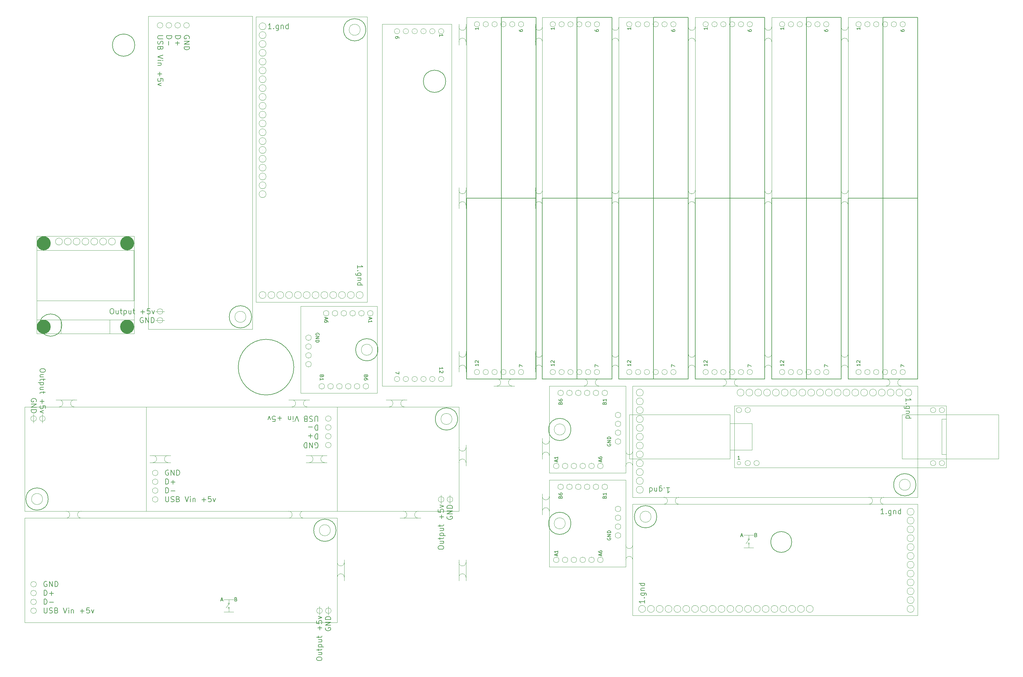
<source format=gbr>
%TF.GenerationSoftware,KiCad,Pcbnew,(6.0.5)*%
%TF.CreationDate,2022-07-28T21:37:23+02:00*%
%TF.ProjectId,clarinoid-devboard,636c6172-696e-46f6-9964-2d646576626f,rev?*%
%TF.SameCoordinates,Original*%
%TF.FileFunction,Other,Comment*%
%FSLAX46Y46*%
G04 Gerber Fmt 4.6, Leading zero omitted, Abs format (unit mm)*
G04 Created by KiCad (PCBNEW (6.0.5)) date 2022-07-28 21:37:23*
%MOMM*%
%LPD*%
G01*
G04 APERTURE LIST*
%ADD10C,0.150000*%
%ADD11C,0.120000*%
%ADD12C,0.100000*%
%ADD13C,2.000000*%
G04 APERTURE END LIST*
D10*
X568139304Y-108850034D02*
X588139304Y-108850034D01*
X588139304Y-108850034D02*
X588139304Y-56850034D01*
X588139304Y-56850034D02*
X568139304Y-56850034D01*
X568139304Y-56850034D02*
X568139304Y-108850034D01*
X502139304Y-108850034D02*
X522139304Y-108850034D01*
X522139304Y-108850034D02*
X522139304Y-56850034D01*
X522139304Y-56850034D02*
X502139304Y-56850034D01*
X502139304Y-56850034D02*
X502139304Y-108850034D01*
X500139304Y-108850034D02*
X490139304Y-108850034D01*
X490139304Y-108850034D02*
X490139304Y-4850034D01*
X490139304Y-4850034D02*
X500139304Y-4850034D01*
X500139304Y-4850034D02*
X500139304Y-108850034D01*
X544139304Y-108850034D02*
X534139304Y-108850034D01*
X534139304Y-108850034D02*
X534139304Y-4850034D01*
X534139304Y-4850034D02*
X544139304Y-4850034D01*
X544139304Y-4850034D02*
X544139304Y-108850034D01*
X566139304Y-108850034D02*
X556139304Y-108850034D01*
X556139304Y-108850034D02*
X556139304Y-4850034D01*
X556139304Y-4850034D02*
X566139304Y-4850034D01*
X566139304Y-4850034D02*
X566139304Y-108850034D01*
X546139304Y-108850034D02*
X566139304Y-108850034D01*
X566139304Y-108850034D02*
X566139304Y-56850034D01*
X566139304Y-56850034D02*
X546139304Y-56850034D01*
X546139304Y-56850034D02*
X546139304Y-108850034D01*
X522139304Y-108850034D02*
X512139304Y-108850034D01*
X512139304Y-108850034D02*
X512139304Y-4850034D01*
X512139304Y-4850034D02*
X522139304Y-4850034D01*
X522139304Y-4850034D02*
X522139304Y-108850034D01*
X478311804Y-108850034D02*
X468311804Y-108850034D01*
X468311804Y-108850034D02*
X468311804Y-4850034D01*
X468311804Y-4850034D02*
X478311804Y-4850034D01*
X478311804Y-4850034D02*
X478311804Y-108850034D01*
X588139304Y-108850034D02*
X578139304Y-108850034D01*
X578139304Y-108850034D02*
X578139304Y-4850034D01*
X578139304Y-4850034D02*
X588139304Y-4850034D01*
X588139304Y-4850034D02*
X588139304Y-108850034D01*
X458311804Y-108850034D02*
X478311804Y-108850034D01*
X478311804Y-108850034D02*
X478311804Y-56850034D01*
X478311804Y-56850034D02*
X458311804Y-56850034D01*
X458311804Y-56850034D02*
X458311804Y-108850034D01*
X480139304Y-108850034D02*
X500139304Y-108850034D01*
X500139304Y-108850034D02*
X500139304Y-56850034D01*
X500139304Y-56850034D02*
X480139304Y-56850034D01*
X480139304Y-56850034D02*
X480139304Y-108850034D01*
X408629304Y-105440034D02*
G75*
G03*
X408629304Y-105440034I-8000000J0D01*
G01*
X524139304Y-108850034D02*
X544139304Y-108850034D01*
X544139304Y-108850034D02*
X544139304Y-56850034D01*
X544139304Y-56850034D02*
X524139304Y-56850034D01*
X524139304Y-56850034D02*
X524139304Y-108850034D01*
%TO.C,U6*%
X536995018Y-131952414D02*
X536423589Y-131952414D01*
X536709304Y-131952414D02*
X536709304Y-130952414D01*
X536614065Y-131095272D01*
X536518827Y-131190510D01*
X536423589Y-131238129D01*
%TO.C,U18*%
X415545137Y-121073367D02*
X415545137Y-119826700D01*
X415471804Y-119680034D01*
X415398470Y-119606700D01*
X415251804Y-119533367D01*
X414958470Y-119533367D01*
X414811804Y-119606700D01*
X414738470Y-119680034D01*
X414665137Y-119826700D01*
X414665137Y-121073367D01*
X414005137Y-119606700D02*
X413785137Y-119533367D01*
X413418470Y-119533367D01*
X413271804Y-119606700D01*
X413198470Y-119680034D01*
X413125137Y-119826700D01*
X413125137Y-119973367D01*
X413198470Y-120120034D01*
X413271804Y-120193367D01*
X413418470Y-120266700D01*
X413711804Y-120340034D01*
X413858470Y-120413367D01*
X413931804Y-120486700D01*
X414005137Y-120633367D01*
X414005137Y-120780034D01*
X413931804Y-120926700D01*
X413858470Y-121000034D01*
X413711804Y-121073367D01*
X413345137Y-121073367D01*
X413125137Y-121000034D01*
X411951804Y-120340034D02*
X411731804Y-120266700D01*
X411658470Y-120193367D01*
X411585137Y-120046700D01*
X411585137Y-119826700D01*
X411658470Y-119680034D01*
X411731804Y-119606700D01*
X411878470Y-119533367D01*
X412465137Y-119533367D01*
X412465137Y-121073367D01*
X411951804Y-121073367D01*
X411805137Y-121000034D01*
X411731804Y-120926700D01*
X411658470Y-120780034D01*
X411658470Y-120633367D01*
X411731804Y-120486700D01*
X411805137Y-120413367D01*
X411951804Y-120340034D01*
X412465137Y-120340034D01*
X409971804Y-121073367D02*
X409458470Y-119533367D01*
X408945137Y-121073367D01*
X408431804Y-119533367D02*
X408431804Y-120560034D01*
X408431804Y-121073367D02*
X408505137Y-121000034D01*
X408431804Y-120926700D01*
X408358470Y-121000034D01*
X408431804Y-121073367D01*
X408431804Y-120926700D01*
X407698470Y-120560034D02*
X407698470Y-119533367D01*
X407698470Y-120413367D02*
X407625137Y-120486700D01*
X407478470Y-120560034D01*
X407258470Y-120560034D01*
X407111804Y-120486700D01*
X407038470Y-120340034D01*
X407038470Y-119533367D01*
X405131804Y-120120034D02*
X403958470Y-120120034D01*
X404545137Y-119533367D02*
X404545137Y-120706700D01*
X402491804Y-121073367D02*
X403225137Y-121073367D01*
X403298470Y-120340034D01*
X403225137Y-120413367D01*
X403078470Y-120486700D01*
X402711804Y-120486700D01*
X402565137Y-120413367D01*
X402491804Y-120340034D01*
X402418470Y-120193367D01*
X402418470Y-119826700D01*
X402491804Y-119680034D01*
X402565137Y-119606700D01*
X402711804Y-119533367D01*
X403078470Y-119533367D01*
X403225137Y-119606700D01*
X403298470Y-119680034D01*
X401905137Y-120560034D02*
X401538470Y-119533367D01*
X401171804Y-120560034D01*
X337112637Y-106249200D02*
X337112637Y-106542534D01*
X337039304Y-106689200D01*
X336892637Y-106835867D01*
X336599304Y-106909200D01*
X336085970Y-106909200D01*
X335792637Y-106835867D01*
X335645970Y-106689200D01*
X335572637Y-106542534D01*
X335572637Y-106249200D01*
X335645970Y-106102534D01*
X335792637Y-105955867D01*
X336085970Y-105882534D01*
X336599304Y-105882534D01*
X336892637Y-105955867D01*
X337039304Y-106102534D01*
X337112637Y-106249200D01*
X336599304Y-108229200D02*
X335572637Y-108229200D01*
X336599304Y-107569200D02*
X335792637Y-107569200D01*
X335645970Y-107642534D01*
X335572637Y-107789200D01*
X335572637Y-108009200D01*
X335645970Y-108155867D01*
X335719304Y-108229200D01*
X336599304Y-108742534D02*
X336599304Y-109329200D01*
X337112637Y-108962534D02*
X335792637Y-108962534D01*
X335645970Y-109035867D01*
X335572637Y-109182534D01*
X335572637Y-109329200D01*
X336599304Y-109842534D02*
X335059304Y-109842534D01*
X336525970Y-109842534D02*
X336599304Y-109989200D01*
X336599304Y-110282534D01*
X336525970Y-110429200D01*
X336452637Y-110502534D01*
X336305970Y-110575867D01*
X335865970Y-110575867D01*
X335719304Y-110502534D01*
X335645970Y-110429200D01*
X335572637Y-110282534D01*
X335572637Y-109989200D01*
X335645970Y-109842534D01*
X336599304Y-111895867D02*
X335572637Y-111895867D01*
X336599304Y-111235867D02*
X335792637Y-111235867D01*
X335645970Y-111309200D01*
X335572637Y-111455867D01*
X335572637Y-111675867D01*
X335645970Y-111822534D01*
X335719304Y-111895867D01*
X336599304Y-112409200D02*
X336599304Y-112995867D01*
X337112637Y-112629200D02*
X335792637Y-112629200D01*
X335645970Y-112702534D01*
X335572637Y-112849200D01*
X335572637Y-112995867D01*
X336159304Y-114682534D02*
X336159304Y-115855867D01*
X335572637Y-115269200D02*
X336745970Y-115269200D01*
X337112637Y-117322534D02*
X337112637Y-116589200D01*
X336379304Y-116515867D01*
X336452637Y-116589200D01*
X336525970Y-116735867D01*
X336525970Y-117102534D01*
X336452637Y-117249200D01*
X336379304Y-117322534D01*
X336232637Y-117395867D01*
X335865970Y-117395867D01*
X335719304Y-117322534D01*
X335645970Y-117249200D01*
X335572637Y-117102534D01*
X335572637Y-116735867D01*
X335645970Y-116589200D01*
X335719304Y-116515867D01*
X336599304Y-117909200D02*
X335572637Y-118275867D01*
X336599304Y-118642534D01*
X334499304Y-115342534D02*
X334572637Y-115195867D01*
X334572637Y-114975867D01*
X334499304Y-114755867D01*
X334352637Y-114609200D01*
X334205970Y-114535867D01*
X333912637Y-114462534D01*
X333692637Y-114462534D01*
X333399304Y-114535867D01*
X333252637Y-114609200D01*
X333105970Y-114755867D01*
X333032637Y-114975867D01*
X333032637Y-115122534D01*
X333105970Y-115342534D01*
X333179304Y-115415867D01*
X333692637Y-115415867D01*
X333692637Y-115122534D01*
X333032637Y-116075867D02*
X334572637Y-116075867D01*
X333032637Y-116955867D01*
X334572637Y-116955867D01*
X333032637Y-117689200D02*
X334572637Y-117689200D01*
X334572637Y-118055867D01*
X334499304Y-118275867D01*
X334352637Y-118422534D01*
X334205970Y-118495867D01*
X333912637Y-118569200D01*
X333692637Y-118569200D01*
X333399304Y-118495867D01*
X333252637Y-118422534D01*
X333105970Y-118275867D01*
X333032637Y-118055867D01*
X333032637Y-117689200D01*
X414738470Y-128620034D02*
X414885137Y-128693367D01*
X415105137Y-128693367D01*
X415325137Y-128620034D01*
X415471804Y-128473367D01*
X415545137Y-128326700D01*
X415618470Y-128033367D01*
X415618470Y-127813367D01*
X415545137Y-127520034D01*
X415471804Y-127373367D01*
X415325137Y-127226700D01*
X415105137Y-127153367D01*
X414958470Y-127153367D01*
X414738470Y-127226700D01*
X414665137Y-127300034D01*
X414665137Y-127813367D01*
X414958470Y-127813367D01*
X414005137Y-127153367D02*
X414005137Y-128693367D01*
X413125137Y-127153367D01*
X413125137Y-128693367D01*
X412391804Y-127153367D02*
X412391804Y-128693367D01*
X412025137Y-128693367D01*
X411805137Y-128620034D01*
X411658470Y-128473367D01*
X411585137Y-128326700D01*
X411511804Y-128033367D01*
X411511804Y-127813367D01*
X411585137Y-127520034D01*
X411658470Y-127373367D01*
X411805137Y-127226700D01*
X412025137Y-127153367D01*
X412391804Y-127153367D01*
X415545137Y-124613367D02*
X415545137Y-126153367D01*
X415178470Y-126153367D01*
X414958470Y-126080034D01*
X414811804Y-125933367D01*
X414738470Y-125786700D01*
X414665137Y-125493367D01*
X414665137Y-125273367D01*
X414738470Y-124980034D01*
X414811804Y-124833367D01*
X414958470Y-124686700D01*
X415178470Y-124613367D01*
X415545137Y-124613367D01*
X414005137Y-125200034D02*
X412831804Y-125200034D01*
X413418470Y-124613367D02*
X413418470Y-125786700D01*
X415545137Y-122073367D02*
X415545137Y-123613367D01*
X415178470Y-123613367D01*
X414958470Y-123540034D01*
X414811804Y-123393367D01*
X414738470Y-123246700D01*
X414665137Y-122953367D01*
X414665137Y-122733367D01*
X414738470Y-122440034D01*
X414811804Y-122293367D01*
X414958470Y-122146700D01*
X415178470Y-122073367D01*
X415545137Y-122073367D01*
X414005137Y-122660034D02*
X412831804Y-122660034D01*
%TO.C,U16*%
X356138470Y-88586700D02*
X356431804Y-88586700D01*
X356578470Y-88660034D01*
X356725137Y-88806700D01*
X356798470Y-89100034D01*
X356798470Y-89613367D01*
X356725137Y-89906700D01*
X356578470Y-90053367D01*
X356431804Y-90126700D01*
X356138470Y-90126700D01*
X355991804Y-90053367D01*
X355845137Y-89906700D01*
X355771804Y-89613367D01*
X355771804Y-89100034D01*
X355845137Y-88806700D01*
X355991804Y-88660034D01*
X356138470Y-88586700D01*
X358118470Y-89100034D02*
X358118470Y-90126700D01*
X357458470Y-89100034D02*
X357458470Y-89906700D01*
X357531804Y-90053367D01*
X357678470Y-90126700D01*
X357898470Y-90126700D01*
X358045137Y-90053367D01*
X358118470Y-89980034D01*
X358631804Y-89100034D02*
X359218470Y-89100034D01*
X358851804Y-88586700D02*
X358851804Y-89906700D01*
X358925137Y-90053367D01*
X359071804Y-90126700D01*
X359218470Y-90126700D01*
X359731804Y-89100034D02*
X359731804Y-90640034D01*
X359731804Y-89173367D02*
X359878470Y-89100034D01*
X360171804Y-89100034D01*
X360318470Y-89173367D01*
X360391804Y-89246700D01*
X360465137Y-89393367D01*
X360465137Y-89833367D01*
X360391804Y-89980034D01*
X360318470Y-90053367D01*
X360171804Y-90126700D01*
X359878470Y-90126700D01*
X359731804Y-90053367D01*
X361785137Y-89100034D02*
X361785137Y-90126700D01*
X361125137Y-89100034D02*
X361125137Y-89906700D01*
X361198470Y-90053367D01*
X361345137Y-90126700D01*
X361565137Y-90126700D01*
X361711804Y-90053367D01*
X361785137Y-89980034D01*
X362298470Y-89100034D02*
X362885137Y-89100034D01*
X362518470Y-88586700D02*
X362518470Y-89906700D01*
X362591804Y-90053367D01*
X362738470Y-90126700D01*
X362885137Y-90126700D01*
X364571804Y-89540034D02*
X365745137Y-89540034D01*
X365158470Y-90126700D02*
X365158470Y-88953367D01*
X367211804Y-88586700D02*
X366478470Y-88586700D01*
X366405137Y-89320034D01*
X366478470Y-89246700D01*
X366625137Y-89173367D01*
X366991804Y-89173367D01*
X367138470Y-89246700D01*
X367211804Y-89320034D01*
X367285137Y-89466700D01*
X367285137Y-89833367D01*
X367211804Y-89980034D01*
X367138470Y-90053367D01*
X366991804Y-90126700D01*
X366625137Y-90126700D01*
X366478470Y-90053367D01*
X366405137Y-89980034D01*
X367798470Y-89100034D02*
X368165137Y-90126700D01*
X368531804Y-89100034D01*
X374502637Y-10154200D02*
X376042637Y-10154200D01*
X376042637Y-10520867D01*
X375969304Y-10740867D01*
X375822637Y-10887534D01*
X375675970Y-10960867D01*
X375382637Y-11034200D01*
X375162637Y-11034200D01*
X374869304Y-10960867D01*
X374722637Y-10887534D01*
X374575970Y-10740867D01*
X374502637Y-10520867D01*
X374502637Y-10154200D01*
X375089304Y-11694200D02*
X375089304Y-12867534D01*
X374502637Y-12280867D02*
X375675970Y-12280867D01*
X365231804Y-91200034D02*
X365085137Y-91126700D01*
X364865137Y-91126700D01*
X364645137Y-91200034D01*
X364498470Y-91346700D01*
X364425137Y-91493367D01*
X364351804Y-91786700D01*
X364351804Y-92006700D01*
X364425137Y-92300034D01*
X364498470Y-92446700D01*
X364645137Y-92593367D01*
X364865137Y-92666700D01*
X365011804Y-92666700D01*
X365231804Y-92593367D01*
X365305137Y-92520034D01*
X365305137Y-92006700D01*
X365011804Y-92006700D01*
X365965137Y-92666700D02*
X365965137Y-91126700D01*
X366845137Y-92666700D01*
X366845137Y-91126700D01*
X367578470Y-92666700D02*
X367578470Y-91126700D01*
X367945137Y-91126700D01*
X368165137Y-91200034D01*
X368311804Y-91346700D01*
X368385137Y-91493367D01*
X368458470Y-91786700D01*
X368458470Y-92006700D01*
X368385137Y-92300034D01*
X368311804Y-92446700D01*
X368165137Y-92593367D01*
X367945137Y-92666700D01*
X367578470Y-92666700D01*
X371962637Y-10154200D02*
X373502637Y-10154200D01*
X373502637Y-10520867D01*
X373429304Y-10740867D01*
X373282637Y-10887534D01*
X373135970Y-10960867D01*
X372842637Y-11034200D01*
X372622637Y-11034200D01*
X372329304Y-10960867D01*
X372182637Y-10887534D01*
X372035970Y-10740867D01*
X371962637Y-10520867D01*
X371962637Y-10154200D01*
X372549304Y-11694200D02*
X372549304Y-12867534D01*
X370962637Y-10154200D02*
X369715970Y-10154200D01*
X369569304Y-10227534D01*
X369495970Y-10300867D01*
X369422637Y-10447534D01*
X369422637Y-10740867D01*
X369495970Y-10887534D01*
X369569304Y-10960867D01*
X369715970Y-11034200D01*
X370962637Y-11034200D01*
X369495970Y-11694200D02*
X369422637Y-11914200D01*
X369422637Y-12280867D01*
X369495970Y-12427534D01*
X369569304Y-12500867D01*
X369715970Y-12574200D01*
X369862637Y-12574200D01*
X370009304Y-12500867D01*
X370082637Y-12427534D01*
X370155970Y-12280867D01*
X370229304Y-11987534D01*
X370302637Y-11840867D01*
X370375970Y-11767534D01*
X370522637Y-11694200D01*
X370669304Y-11694200D01*
X370815970Y-11767534D01*
X370889304Y-11840867D01*
X370962637Y-11987534D01*
X370962637Y-12354200D01*
X370889304Y-12574200D01*
X370229304Y-13747534D02*
X370155970Y-13967534D01*
X370082637Y-14040867D01*
X369935970Y-14114200D01*
X369715970Y-14114200D01*
X369569304Y-14040867D01*
X369495970Y-13967534D01*
X369422637Y-13820867D01*
X369422637Y-13234200D01*
X370962637Y-13234200D01*
X370962637Y-13747534D01*
X370889304Y-13894200D01*
X370815970Y-13967534D01*
X370669304Y-14040867D01*
X370522637Y-14040867D01*
X370375970Y-13967534D01*
X370302637Y-13894200D01*
X370229304Y-13747534D01*
X370229304Y-13234200D01*
X370962637Y-15727534D02*
X369422637Y-16240867D01*
X370962637Y-16754200D01*
X369422637Y-17267534D02*
X370449304Y-17267534D01*
X370962637Y-17267534D02*
X370889304Y-17194200D01*
X370815970Y-17267534D01*
X370889304Y-17340867D01*
X370962637Y-17267534D01*
X370815970Y-17267534D01*
X370449304Y-18000867D02*
X369422637Y-18000867D01*
X370302637Y-18000867D02*
X370375970Y-18074200D01*
X370449304Y-18220867D01*
X370449304Y-18440867D01*
X370375970Y-18587534D01*
X370229304Y-18660867D01*
X369422637Y-18660867D01*
X370009304Y-20567534D02*
X370009304Y-21740867D01*
X369422637Y-21154200D02*
X370595970Y-21154200D01*
X370962637Y-23207534D02*
X370962637Y-22474200D01*
X370229304Y-22400867D01*
X370302637Y-22474200D01*
X370375970Y-22620867D01*
X370375970Y-22987534D01*
X370302637Y-23134200D01*
X370229304Y-23207534D01*
X370082637Y-23280867D01*
X369715970Y-23280867D01*
X369569304Y-23207534D01*
X369495970Y-23134200D01*
X369422637Y-22987534D01*
X369422637Y-22620867D01*
X369495970Y-22474200D01*
X369569304Y-22400867D01*
X370449304Y-23794200D02*
X369422637Y-24160867D01*
X370449304Y-24527534D01*
X378509304Y-10960867D02*
X378582637Y-10814200D01*
X378582637Y-10594200D01*
X378509304Y-10374200D01*
X378362637Y-10227534D01*
X378215970Y-10154200D01*
X377922637Y-10080867D01*
X377702637Y-10080867D01*
X377409304Y-10154200D01*
X377262637Y-10227534D01*
X377115970Y-10374200D01*
X377042637Y-10594200D01*
X377042637Y-10740867D01*
X377115970Y-10960867D01*
X377189304Y-11034200D01*
X377702637Y-11034200D01*
X377702637Y-10740867D01*
X377042637Y-11694200D02*
X378582637Y-11694200D01*
X377042637Y-12574200D01*
X378582637Y-12574200D01*
X377042637Y-13307534D02*
X378582637Y-13307534D01*
X378582637Y-13674200D01*
X378509304Y-13894200D01*
X378362637Y-14040867D01*
X378215970Y-14114200D01*
X377922637Y-14187534D01*
X377702637Y-14187534D01*
X377409304Y-14114200D01*
X377262637Y-14040867D01*
X377115970Y-13894200D01*
X377042637Y-13674200D01*
X377042637Y-13307534D01*
%TO.C,U39*%
X415165970Y-189450867D02*
X415165970Y-189157534D01*
X415239304Y-189010867D01*
X415385970Y-188864200D01*
X415679304Y-188790867D01*
X416192637Y-188790867D01*
X416485970Y-188864200D01*
X416632637Y-189010867D01*
X416705970Y-189157534D01*
X416705970Y-189450867D01*
X416632637Y-189597534D01*
X416485970Y-189744200D01*
X416192637Y-189817534D01*
X415679304Y-189817534D01*
X415385970Y-189744200D01*
X415239304Y-189597534D01*
X415165970Y-189450867D01*
X415679304Y-187470867D02*
X416705970Y-187470867D01*
X415679304Y-188130867D02*
X416485970Y-188130867D01*
X416632637Y-188057534D01*
X416705970Y-187910867D01*
X416705970Y-187690867D01*
X416632637Y-187544200D01*
X416559304Y-187470867D01*
X415679304Y-186957534D02*
X415679304Y-186370867D01*
X415165970Y-186737534D02*
X416485970Y-186737534D01*
X416632637Y-186664200D01*
X416705970Y-186517534D01*
X416705970Y-186370867D01*
X415679304Y-185857534D02*
X417219304Y-185857534D01*
X415752637Y-185857534D02*
X415679304Y-185710867D01*
X415679304Y-185417534D01*
X415752637Y-185270867D01*
X415825970Y-185197534D01*
X415972637Y-185124200D01*
X416412637Y-185124200D01*
X416559304Y-185197534D01*
X416632637Y-185270867D01*
X416705970Y-185417534D01*
X416705970Y-185710867D01*
X416632637Y-185857534D01*
X415679304Y-183804200D02*
X416705970Y-183804200D01*
X415679304Y-184464200D02*
X416485970Y-184464200D01*
X416632637Y-184390867D01*
X416705970Y-184244200D01*
X416705970Y-184024200D01*
X416632637Y-183877534D01*
X416559304Y-183804200D01*
X415679304Y-183290867D02*
X415679304Y-182704200D01*
X415165970Y-183070867D02*
X416485970Y-183070867D01*
X416632637Y-182997534D01*
X416705970Y-182850867D01*
X416705970Y-182704200D01*
X416119304Y-181017534D02*
X416119304Y-179844200D01*
X416705970Y-180430867D02*
X415532637Y-180430867D01*
X415165970Y-178377534D02*
X415165970Y-179110867D01*
X415899304Y-179184200D01*
X415825970Y-179110867D01*
X415752637Y-178964200D01*
X415752637Y-178597534D01*
X415825970Y-178450867D01*
X415899304Y-178377534D01*
X416045970Y-178304200D01*
X416412637Y-178304200D01*
X416559304Y-178377534D01*
X416632637Y-178450867D01*
X416705970Y-178597534D01*
X416705970Y-178964200D01*
X416632637Y-179110867D01*
X416559304Y-179184200D01*
X415679304Y-177790867D02*
X416705970Y-177424200D01*
X415679304Y-177057534D01*
X336733470Y-173626700D02*
X336733470Y-172086700D01*
X337100137Y-172086700D01*
X337320137Y-172160034D01*
X337466804Y-172306700D01*
X337540137Y-172453367D01*
X337613470Y-172746700D01*
X337613470Y-172966700D01*
X337540137Y-173260034D01*
X337466804Y-173406700D01*
X337320137Y-173553367D01*
X337100137Y-173626700D01*
X336733470Y-173626700D01*
X338273470Y-173040034D02*
X339446804Y-173040034D01*
X417779304Y-180357534D02*
X417705970Y-180504200D01*
X417705970Y-180724200D01*
X417779304Y-180944200D01*
X417925970Y-181090867D01*
X418072637Y-181164200D01*
X418365970Y-181237534D01*
X418585970Y-181237534D01*
X418879304Y-181164200D01*
X419025970Y-181090867D01*
X419172637Y-180944200D01*
X419245970Y-180724200D01*
X419245970Y-180577534D01*
X419172637Y-180357534D01*
X419099304Y-180284200D01*
X418585970Y-180284200D01*
X418585970Y-180577534D01*
X419245970Y-179624200D02*
X417705970Y-179624200D01*
X419245970Y-178744200D01*
X417705970Y-178744200D01*
X419245970Y-178010867D02*
X417705970Y-178010867D01*
X417705970Y-177644200D01*
X417779304Y-177424200D01*
X417925970Y-177277534D01*
X418072637Y-177204200D01*
X418365970Y-177130867D01*
X418585970Y-177130867D01*
X418879304Y-177204200D01*
X419025970Y-177277534D01*
X419172637Y-177424200D01*
X419245970Y-177644200D01*
X419245970Y-178010867D01*
X337540137Y-167080034D02*
X337393470Y-167006700D01*
X337173470Y-167006700D01*
X336953470Y-167080034D01*
X336806804Y-167226700D01*
X336733470Y-167373367D01*
X336660137Y-167666700D01*
X336660137Y-167886700D01*
X336733470Y-168180034D01*
X336806804Y-168326700D01*
X336953470Y-168473367D01*
X337173470Y-168546700D01*
X337320137Y-168546700D01*
X337540137Y-168473367D01*
X337613470Y-168400034D01*
X337613470Y-167886700D01*
X337320137Y-167886700D01*
X338273470Y-168546700D02*
X338273470Y-167006700D01*
X339153470Y-168546700D01*
X339153470Y-167006700D01*
X339886804Y-168546700D02*
X339886804Y-167006700D01*
X340253470Y-167006700D01*
X340473470Y-167080034D01*
X340620137Y-167226700D01*
X340693470Y-167373367D01*
X340766804Y-167666700D01*
X340766804Y-167886700D01*
X340693470Y-168180034D01*
X340620137Y-168326700D01*
X340473470Y-168473367D01*
X340253470Y-168546700D01*
X339886804Y-168546700D01*
X336733470Y-174626700D02*
X336733470Y-175873367D01*
X336806804Y-176020034D01*
X336880137Y-176093367D01*
X337026804Y-176166700D01*
X337320137Y-176166700D01*
X337466804Y-176093367D01*
X337540137Y-176020034D01*
X337613470Y-175873367D01*
X337613470Y-174626700D01*
X338273470Y-176093367D02*
X338493470Y-176166700D01*
X338860137Y-176166700D01*
X339006804Y-176093367D01*
X339080137Y-176020034D01*
X339153470Y-175873367D01*
X339153470Y-175726700D01*
X339080137Y-175580034D01*
X339006804Y-175506700D01*
X338860137Y-175433367D01*
X338566804Y-175360034D01*
X338420137Y-175286700D01*
X338346804Y-175213367D01*
X338273470Y-175066700D01*
X338273470Y-174920034D01*
X338346804Y-174773367D01*
X338420137Y-174700034D01*
X338566804Y-174626700D01*
X338933470Y-174626700D01*
X339153470Y-174700034D01*
X340326804Y-175360034D02*
X340546804Y-175433367D01*
X340620137Y-175506700D01*
X340693470Y-175653367D01*
X340693470Y-175873367D01*
X340620137Y-176020034D01*
X340546804Y-176093367D01*
X340400137Y-176166700D01*
X339813470Y-176166700D01*
X339813470Y-174626700D01*
X340326804Y-174626700D01*
X340473470Y-174700034D01*
X340546804Y-174773367D01*
X340620137Y-174920034D01*
X340620137Y-175066700D01*
X340546804Y-175213367D01*
X340473470Y-175286700D01*
X340326804Y-175360034D01*
X339813470Y-175360034D01*
X342306804Y-174626700D02*
X342820137Y-176166700D01*
X343333470Y-174626700D01*
X343846804Y-176166700D02*
X343846804Y-175140034D01*
X343846804Y-174626700D02*
X343773470Y-174700034D01*
X343846804Y-174773367D01*
X343920137Y-174700034D01*
X343846804Y-174626700D01*
X343846804Y-174773367D01*
X344580137Y-175140034D02*
X344580137Y-176166700D01*
X344580137Y-175286700D02*
X344653470Y-175213367D01*
X344800137Y-175140034D01*
X345020137Y-175140034D01*
X345166804Y-175213367D01*
X345240137Y-175360034D01*
X345240137Y-176166700D01*
X347146804Y-175580034D02*
X348320137Y-175580034D01*
X347733470Y-176166700D02*
X347733470Y-174993367D01*
X349786804Y-174626700D02*
X349053470Y-174626700D01*
X348980137Y-175360034D01*
X349053470Y-175286700D01*
X349200137Y-175213367D01*
X349566804Y-175213367D01*
X349713470Y-175286700D01*
X349786804Y-175360034D01*
X349860137Y-175506700D01*
X349860137Y-175873367D01*
X349786804Y-176020034D01*
X349713470Y-176093367D01*
X349566804Y-176166700D01*
X349200137Y-176166700D01*
X349053470Y-176093367D01*
X348980137Y-176020034D01*
X350373470Y-175140034D02*
X350740137Y-176166700D01*
X351106804Y-175140034D01*
X336733470Y-171086700D02*
X336733470Y-169546700D01*
X337100137Y-169546700D01*
X337320137Y-169620034D01*
X337466804Y-169766700D01*
X337540137Y-169913367D01*
X337613470Y-170206700D01*
X337613470Y-170426700D01*
X337540137Y-170720034D01*
X337466804Y-170866700D01*
X337320137Y-171013367D01*
X337100137Y-171086700D01*
X336733470Y-171086700D01*
X338273470Y-170500034D02*
X339446804Y-170500034D01*
X338860137Y-171086700D02*
X338860137Y-169913367D01*
%TO.C,U44*%
X402170137Y-8136700D02*
X401290137Y-8136700D01*
X401730137Y-8136700D02*
X401730137Y-6596700D01*
X401583470Y-6816700D01*
X401436804Y-6963367D01*
X401290137Y-7036700D01*
X402830137Y-7990034D02*
X402903470Y-8063367D01*
X402830137Y-8136700D01*
X402756804Y-8063367D01*
X402830137Y-7990034D01*
X402830137Y-8136700D01*
X404223470Y-7110034D02*
X404223470Y-8356700D01*
X404150137Y-8503367D01*
X404076804Y-8576700D01*
X403930137Y-8650034D01*
X403710137Y-8650034D01*
X403563470Y-8576700D01*
X404223470Y-8063367D02*
X404076804Y-8136700D01*
X403783470Y-8136700D01*
X403636804Y-8063367D01*
X403563470Y-7990034D01*
X403490137Y-7843367D01*
X403490137Y-7403367D01*
X403563470Y-7256700D01*
X403636804Y-7183367D01*
X403783470Y-7110034D01*
X404076804Y-7110034D01*
X404223470Y-7183367D01*
X404956804Y-7110034D02*
X404956804Y-8136700D01*
X404956804Y-7256700D02*
X405030137Y-7183367D01*
X405176804Y-7110034D01*
X405396804Y-7110034D01*
X405543470Y-7183367D01*
X405616804Y-7330034D01*
X405616804Y-8136700D01*
X407010137Y-8136700D02*
X407010137Y-6596700D01*
X407010137Y-8063367D02*
X406863470Y-8136700D01*
X406570137Y-8136700D01*
X406423470Y-8063367D01*
X406350137Y-7990034D01*
X406276804Y-7843367D01*
X406276804Y-7403367D01*
X406350137Y-7256700D01*
X406423470Y-7183367D01*
X406570137Y-7110034D01*
X406863470Y-7110034D01*
X407010137Y-7183367D01*
X426937637Y-77025867D02*
X426937637Y-76145867D01*
X426937637Y-76585867D02*
X428477637Y-76585867D01*
X428257637Y-76439200D01*
X428110970Y-76292534D01*
X428037637Y-76145867D01*
X427084304Y-77685867D02*
X427010970Y-77759200D01*
X426937637Y-77685867D01*
X427010970Y-77612534D01*
X427084304Y-77685867D01*
X426937637Y-77685867D01*
X427964304Y-79079200D02*
X426717637Y-79079200D01*
X426570970Y-79005867D01*
X426497637Y-78932534D01*
X426424304Y-78785867D01*
X426424304Y-78565867D01*
X426497637Y-78419200D01*
X427010970Y-79079200D02*
X426937637Y-78932534D01*
X426937637Y-78639200D01*
X427010970Y-78492534D01*
X427084304Y-78419200D01*
X427230970Y-78345867D01*
X427670970Y-78345867D01*
X427817637Y-78419200D01*
X427890970Y-78492534D01*
X427964304Y-78639200D01*
X427964304Y-78932534D01*
X427890970Y-79079200D01*
X427964304Y-79812534D02*
X426937637Y-79812534D01*
X427817637Y-79812534D02*
X427890970Y-79885867D01*
X427964304Y-80032534D01*
X427964304Y-80252534D01*
X427890970Y-80399200D01*
X427744304Y-80472534D01*
X426937637Y-80472534D01*
X426937637Y-81865867D02*
X428477637Y-81865867D01*
X427010970Y-81865867D02*
X426937637Y-81719200D01*
X426937637Y-81425867D01*
X427010970Y-81279200D01*
X427084304Y-81205867D01*
X427230970Y-81132534D01*
X427670970Y-81132534D01*
X427817637Y-81205867D01*
X427890970Y-81279200D01*
X427964304Y-81425867D01*
X427964304Y-81719200D01*
X427890970Y-81865867D01*
%TO.C,U43*%
X578425137Y-147641700D02*
X577545137Y-147641700D01*
X577985137Y-147641700D02*
X577985137Y-146101700D01*
X577838470Y-146321700D01*
X577691804Y-146468367D01*
X577545137Y-146541700D01*
X579085137Y-147495034D02*
X579158470Y-147568367D01*
X579085137Y-147641700D01*
X579011804Y-147568367D01*
X579085137Y-147495034D01*
X579085137Y-147641700D01*
X580478470Y-146615034D02*
X580478470Y-147861700D01*
X580405137Y-148008367D01*
X580331804Y-148081700D01*
X580185137Y-148155034D01*
X579965137Y-148155034D01*
X579818470Y-148081700D01*
X580478470Y-147568367D02*
X580331804Y-147641700D01*
X580038470Y-147641700D01*
X579891804Y-147568367D01*
X579818470Y-147495034D01*
X579745137Y-147348367D01*
X579745137Y-146908367D01*
X579818470Y-146761700D01*
X579891804Y-146688367D01*
X580038470Y-146615034D01*
X580331804Y-146615034D01*
X580478470Y-146688367D01*
X581211804Y-146615034D02*
X581211804Y-147641700D01*
X581211804Y-146761700D02*
X581285137Y-146688367D01*
X581431804Y-146615034D01*
X581651804Y-146615034D01*
X581798470Y-146688367D01*
X581871804Y-146835034D01*
X581871804Y-147641700D01*
X583265137Y-147641700D02*
X583265137Y-146101700D01*
X583265137Y-147568367D02*
X583118470Y-147641700D01*
X582825137Y-147641700D01*
X582678470Y-147568367D01*
X582605137Y-147495034D01*
X582531804Y-147348367D01*
X582531804Y-146908367D01*
X582605137Y-146761700D01*
X582678470Y-146688367D01*
X582825137Y-146615034D01*
X583118470Y-146615034D01*
X583265137Y-146688367D01*
X509535970Y-172409200D02*
X509535970Y-173289200D01*
X509535970Y-172849200D02*
X507995970Y-172849200D01*
X508215970Y-172995867D01*
X508362637Y-173142534D01*
X508435970Y-173289200D01*
X509389304Y-171749200D02*
X509462637Y-171675867D01*
X509535970Y-171749200D01*
X509462637Y-171822534D01*
X509389304Y-171749200D01*
X509535970Y-171749200D01*
X508509304Y-170355867D02*
X509755970Y-170355867D01*
X509902637Y-170429200D01*
X509975970Y-170502534D01*
X510049304Y-170649200D01*
X510049304Y-170869200D01*
X509975970Y-171015867D01*
X509462637Y-170355867D02*
X509535970Y-170502534D01*
X509535970Y-170795867D01*
X509462637Y-170942534D01*
X509389304Y-171015867D01*
X509242637Y-171089200D01*
X508802637Y-171089200D01*
X508655970Y-171015867D01*
X508582637Y-170942534D01*
X508509304Y-170795867D01*
X508509304Y-170502534D01*
X508582637Y-170355867D01*
X508509304Y-169622534D02*
X509535970Y-169622534D01*
X508655970Y-169622534D02*
X508582637Y-169549200D01*
X508509304Y-169402534D01*
X508509304Y-169182534D01*
X508582637Y-169035867D01*
X508729304Y-168962534D01*
X509535970Y-168962534D01*
X509535970Y-167569200D02*
X507995970Y-167569200D01*
X509462637Y-167569200D02*
X509535970Y-167715867D01*
X509535970Y-168009200D01*
X509462637Y-168155867D01*
X509389304Y-168229200D01*
X509242637Y-168302534D01*
X508802637Y-168302534D01*
X508655970Y-168229200D01*
X508582637Y-168155867D01*
X508509304Y-168009200D01*
X508509304Y-167715867D01*
X508582637Y-167569200D01*
%TO.C,U46*%
X485337875Y-142794795D02*
X485385494Y-142651938D01*
X485433113Y-142604319D01*
X485528351Y-142556700D01*
X485671208Y-142556700D01*
X485766446Y-142604319D01*
X485814065Y-142651938D01*
X485861684Y-142747176D01*
X485861684Y-143128129D01*
X484861684Y-143128129D01*
X484861684Y-142794795D01*
X484909304Y-142699557D01*
X484956923Y-142651938D01*
X485052161Y-142604319D01*
X485147399Y-142604319D01*
X485242637Y-142651938D01*
X485290256Y-142699557D01*
X485337875Y-142794795D01*
X485337875Y-143128129D01*
X484861684Y-141699557D02*
X484861684Y-141890034D01*
X484909304Y-141985272D01*
X484956923Y-142032891D01*
X485099780Y-142128129D01*
X485290256Y-142175748D01*
X485671208Y-142175748D01*
X485766446Y-142128129D01*
X485814065Y-142080510D01*
X485861684Y-141985272D01*
X485861684Y-141794795D01*
X485814065Y-141699557D01*
X485766446Y-141651938D01*
X485671208Y-141604319D01*
X485433113Y-141604319D01*
X485337875Y-141651938D01*
X485290256Y-141699557D01*
X485242637Y-141794795D01*
X485242637Y-141985272D01*
X485290256Y-142080510D01*
X485337875Y-142128129D01*
X485433113Y-142175748D01*
X484305970Y-159614319D02*
X484305970Y-159138129D01*
X484591684Y-159709557D02*
X483591684Y-159376224D01*
X484591684Y-159042891D01*
X484591684Y-158185748D02*
X484591684Y-158757176D01*
X484591684Y-158471462D02*
X483591684Y-158471462D01*
X483734542Y-158566700D01*
X483829780Y-158661938D01*
X483877399Y-158757176D01*
X497005970Y-159614319D02*
X497005970Y-159138129D01*
X497291684Y-159709557D02*
X496291684Y-159376224D01*
X497291684Y-159042891D01*
X496291684Y-158280986D02*
X496291684Y-158471462D01*
X496339304Y-158566700D01*
X496386923Y-158614319D01*
X496529780Y-158709557D01*
X496720256Y-158757176D01*
X497101208Y-158757176D01*
X497196446Y-158709557D01*
X497244065Y-158661938D01*
X497291684Y-158566700D01*
X497291684Y-158376224D01*
X497244065Y-158280986D01*
X497196446Y-158233367D01*
X497101208Y-158185748D01*
X496863113Y-158185748D01*
X496767875Y-158233367D01*
X496720256Y-158280986D01*
X496672637Y-158376224D01*
X496672637Y-158566700D01*
X496720256Y-158661938D01*
X496767875Y-158709557D01*
X496863113Y-158757176D01*
X498037875Y-142794795D02*
X498085494Y-142651938D01*
X498133113Y-142604319D01*
X498228351Y-142556700D01*
X498371208Y-142556700D01*
X498466446Y-142604319D01*
X498514065Y-142651938D01*
X498561684Y-142747176D01*
X498561684Y-143128129D01*
X497561684Y-143128129D01*
X497561684Y-142794795D01*
X497609304Y-142699557D01*
X497656923Y-142651938D01*
X497752161Y-142604319D01*
X497847399Y-142604319D01*
X497942637Y-142651938D01*
X497990256Y-142699557D01*
X498037875Y-142794795D01*
X498037875Y-143128129D01*
X498561684Y-141604319D02*
X498561684Y-142175748D01*
X498561684Y-141890034D02*
X497561684Y-141890034D01*
X497704542Y-141985272D01*
X497799780Y-142080510D01*
X497847399Y-142175748D01*
X498879304Y-154581938D02*
X498831684Y-154677176D01*
X498831684Y-154820034D01*
X498879304Y-154962891D01*
X498974542Y-155058129D01*
X499069780Y-155105748D01*
X499260256Y-155153367D01*
X499403113Y-155153367D01*
X499593589Y-155105748D01*
X499688827Y-155058129D01*
X499784065Y-154962891D01*
X499831684Y-154820034D01*
X499831684Y-154724795D01*
X499784065Y-154581938D01*
X499736446Y-154534319D01*
X499403113Y-154534319D01*
X499403113Y-154724795D01*
X499831684Y-154105748D02*
X498831684Y-154105748D01*
X499831684Y-153534319D01*
X498831684Y-153534319D01*
X499831684Y-153058129D02*
X498831684Y-153058129D01*
X498831684Y-152820034D01*
X498879304Y-152677176D01*
X498974542Y-152581938D01*
X499069780Y-152534319D01*
X499260256Y-152486700D01*
X499403113Y-152486700D01*
X499593589Y-152534319D01*
X499688827Y-152581938D01*
X499784065Y-152677176D01*
X499831684Y-152820034D01*
X499831684Y-153058129D01*
%TO.C,SW6*%
X541610732Y-153678605D02*
X541753589Y-153726224D01*
X541801208Y-153773843D01*
X541848827Y-153869081D01*
X541848827Y-154011938D01*
X541801208Y-154107176D01*
X541753589Y-154154795D01*
X541658351Y-154202414D01*
X541277399Y-154202414D01*
X541277399Y-153202414D01*
X541610732Y-153202414D01*
X541705970Y-153250034D01*
X541753589Y-153297653D01*
X541801208Y-153392891D01*
X541801208Y-153488129D01*
X541753589Y-153583367D01*
X541705970Y-153630986D01*
X541610732Y-153678605D01*
X541277399Y-153678605D01*
X537301208Y-153916700D02*
X537777399Y-153916700D01*
X537205970Y-154202414D02*
X537539304Y-153202414D01*
X537872637Y-154202414D01*
%TO.C,U42*%
X584742637Y-115290867D02*
X584742637Y-114410867D01*
X584742637Y-114850867D02*
X586282637Y-114850867D01*
X586062637Y-114704200D01*
X585915970Y-114557534D01*
X585842637Y-114410867D01*
X584889304Y-115950867D02*
X584815970Y-116024200D01*
X584742637Y-115950867D01*
X584815970Y-115877534D01*
X584889304Y-115950867D01*
X584742637Y-115950867D01*
X585769304Y-117344200D02*
X584522637Y-117344200D01*
X584375970Y-117270867D01*
X584302637Y-117197534D01*
X584229304Y-117050867D01*
X584229304Y-116830867D01*
X584302637Y-116684200D01*
X584815970Y-117344200D02*
X584742637Y-117197534D01*
X584742637Y-116904200D01*
X584815970Y-116757534D01*
X584889304Y-116684200D01*
X585035970Y-116610867D01*
X585475970Y-116610867D01*
X585622637Y-116684200D01*
X585695970Y-116757534D01*
X585769304Y-116904200D01*
X585769304Y-117197534D01*
X585695970Y-117344200D01*
X585769304Y-118077534D02*
X584742637Y-118077534D01*
X585622637Y-118077534D02*
X585695970Y-118150867D01*
X585769304Y-118297534D01*
X585769304Y-118517534D01*
X585695970Y-118664200D01*
X585549304Y-118737534D01*
X584742637Y-118737534D01*
X584742637Y-120130867D02*
X586282637Y-120130867D01*
X584815970Y-120130867D02*
X584742637Y-119984200D01*
X584742637Y-119690867D01*
X584815970Y-119544200D01*
X584889304Y-119470867D01*
X585035970Y-119397534D01*
X585475970Y-119397534D01*
X585622637Y-119470867D01*
X585695970Y-119544200D01*
X585769304Y-119690867D01*
X585769304Y-119984200D01*
X585695970Y-120130867D01*
X515853470Y-140058367D02*
X516733470Y-140058367D01*
X516293470Y-140058367D02*
X516293470Y-141598367D01*
X516440137Y-141378367D01*
X516586804Y-141231700D01*
X516733470Y-141158367D01*
X515193470Y-140205034D02*
X515120137Y-140131700D01*
X515193470Y-140058367D01*
X515266804Y-140131700D01*
X515193470Y-140205034D01*
X515193470Y-140058367D01*
X513800137Y-141085034D02*
X513800137Y-139838367D01*
X513873470Y-139691700D01*
X513946804Y-139618367D01*
X514093470Y-139545034D01*
X514313470Y-139545034D01*
X514460137Y-139618367D01*
X513800137Y-140131700D02*
X513946804Y-140058367D01*
X514240137Y-140058367D01*
X514386804Y-140131700D01*
X514460137Y-140205034D01*
X514533470Y-140351700D01*
X514533470Y-140791700D01*
X514460137Y-140938367D01*
X514386804Y-141011700D01*
X514240137Y-141085034D01*
X513946804Y-141085034D01*
X513800137Y-141011700D01*
X513066804Y-141085034D02*
X513066804Y-140058367D01*
X513066804Y-140938367D02*
X512993470Y-141011700D01*
X512846804Y-141085034D01*
X512626804Y-141085034D01*
X512480137Y-141011700D01*
X512406804Y-140865034D01*
X512406804Y-140058367D01*
X511013470Y-140058367D02*
X511013470Y-141598367D01*
X511013470Y-140131700D02*
X511160137Y-140058367D01*
X511453470Y-140058367D01*
X511600137Y-140131700D01*
X511673470Y-140205034D01*
X511746804Y-140351700D01*
X511746804Y-140791700D01*
X511673470Y-140938367D01*
X511600137Y-141011700D01*
X511453470Y-141085034D01*
X511160137Y-141085034D01*
X511013470Y-141011700D01*
%TO.C,U47*%
X498879304Y-127581938D02*
X498831684Y-127677176D01*
X498831684Y-127820034D01*
X498879304Y-127962891D01*
X498974542Y-128058129D01*
X499069780Y-128105748D01*
X499260256Y-128153367D01*
X499403113Y-128153367D01*
X499593589Y-128105748D01*
X499688827Y-128058129D01*
X499784065Y-127962891D01*
X499831684Y-127820034D01*
X499831684Y-127724795D01*
X499784065Y-127581938D01*
X499736446Y-127534319D01*
X499403113Y-127534319D01*
X499403113Y-127724795D01*
X499831684Y-127105748D02*
X498831684Y-127105748D01*
X499831684Y-126534319D01*
X498831684Y-126534319D01*
X499831684Y-126058129D02*
X498831684Y-126058129D01*
X498831684Y-125820034D01*
X498879304Y-125677176D01*
X498974542Y-125581938D01*
X499069780Y-125534319D01*
X499260256Y-125486700D01*
X499403113Y-125486700D01*
X499593589Y-125534319D01*
X499688827Y-125581938D01*
X499784065Y-125677176D01*
X499831684Y-125820034D01*
X499831684Y-126058129D01*
X497005970Y-132614319D02*
X497005970Y-132138129D01*
X497291684Y-132709557D02*
X496291684Y-132376224D01*
X497291684Y-132042891D01*
X496291684Y-131280986D02*
X496291684Y-131471462D01*
X496339304Y-131566700D01*
X496386923Y-131614319D01*
X496529780Y-131709557D01*
X496720256Y-131757176D01*
X497101208Y-131757176D01*
X497196446Y-131709557D01*
X497244065Y-131661938D01*
X497291684Y-131566700D01*
X497291684Y-131376224D01*
X497244065Y-131280986D01*
X497196446Y-131233367D01*
X497101208Y-131185748D01*
X496863113Y-131185748D01*
X496767875Y-131233367D01*
X496720256Y-131280986D01*
X496672637Y-131376224D01*
X496672637Y-131566700D01*
X496720256Y-131661938D01*
X496767875Y-131709557D01*
X496863113Y-131757176D01*
X484305970Y-132614319D02*
X484305970Y-132138129D01*
X484591684Y-132709557D02*
X483591684Y-132376224D01*
X484591684Y-132042891D01*
X484591684Y-131185748D02*
X484591684Y-131757176D01*
X484591684Y-131471462D02*
X483591684Y-131471462D01*
X483734542Y-131566700D01*
X483829780Y-131661938D01*
X483877399Y-131757176D01*
X498037875Y-115794795D02*
X498085494Y-115651938D01*
X498133113Y-115604319D01*
X498228351Y-115556700D01*
X498371208Y-115556700D01*
X498466446Y-115604319D01*
X498514065Y-115651938D01*
X498561684Y-115747176D01*
X498561684Y-116128129D01*
X497561684Y-116128129D01*
X497561684Y-115794795D01*
X497609304Y-115699557D01*
X497656923Y-115651938D01*
X497752161Y-115604319D01*
X497847399Y-115604319D01*
X497942637Y-115651938D01*
X497990256Y-115699557D01*
X498037875Y-115794795D01*
X498037875Y-116128129D01*
X498561684Y-114604319D02*
X498561684Y-115175748D01*
X498561684Y-114890034D02*
X497561684Y-114890034D01*
X497704542Y-114985272D01*
X497799780Y-115080510D01*
X497847399Y-115175748D01*
X485337875Y-115794795D02*
X485385494Y-115651938D01*
X485433113Y-115604319D01*
X485528351Y-115556700D01*
X485671208Y-115556700D01*
X485766446Y-115604319D01*
X485814065Y-115651938D01*
X485861684Y-115747176D01*
X485861684Y-116128129D01*
X484861684Y-116128129D01*
X484861684Y-115794795D01*
X484909304Y-115699557D01*
X484956923Y-115651938D01*
X485052161Y-115604319D01*
X485147399Y-115604319D01*
X485242637Y-115651938D01*
X485290256Y-115699557D01*
X485337875Y-115794795D01*
X485337875Y-116128129D01*
X484861684Y-114699557D02*
X484861684Y-114890034D01*
X484909304Y-114985272D01*
X484956923Y-115032891D01*
X485099780Y-115128129D01*
X485290256Y-115175748D01*
X485671208Y-115175748D01*
X485766446Y-115128129D01*
X485814065Y-115080510D01*
X485861684Y-114985272D01*
X485861684Y-114794795D01*
X485814065Y-114699557D01*
X485766446Y-114651938D01*
X485671208Y-114604319D01*
X485433113Y-114604319D01*
X485337875Y-114651938D01*
X485290256Y-114699557D01*
X485242637Y-114794795D01*
X485242637Y-114985272D01*
X485290256Y-115080510D01*
X485337875Y-115128129D01*
X485433113Y-115175748D01*
%TO.C,U4*%
X415889304Y-96208129D02*
X415936923Y-96112891D01*
X415936923Y-95970034D01*
X415889304Y-95827176D01*
X415794065Y-95731938D01*
X415698827Y-95684319D01*
X415508351Y-95636700D01*
X415365494Y-95636700D01*
X415175018Y-95684319D01*
X415079780Y-95731938D01*
X414984542Y-95827176D01*
X414936923Y-95970034D01*
X414936923Y-96065272D01*
X414984542Y-96208129D01*
X415032161Y-96255748D01*
X415365494Y-96255748D01*
X415365494Y-96065272D01*
X414936923Y-96684319D02*
X415936923Y-96684319D01*
X414936923Y-97255748D01*
X415936923Y-97255748D01*
X414936923Y-97731938D02*
X415936923Y-97731938D01*
X415936923Y-97970034D01*
X415889304Y-98112891D01*
X415794065Y-98208129D01*
X415698827Y-98255748D01*
X415508351Y-98303367D01*
X415365494Y-98303367D01*
X415175018Y-98255748D01*
X415079780Y-98208129D01*
X414984542Y-98112891D01*
X414936923Y-97970034D01*
X414936923Y-97731938D01*
X417762637Y-91175748D02*
X417762637Y-91651938D01*
X417476923Y-91080510D02*
X418476923Y-91413843D01*
X417476923Y-91747176D01*
X418476923Y-92509081D02*
X418476923Y-92318605D01*
X418429304Y-92223367D01*
X418381684Y-92175748D01*
X418238827Y-92080510D01*
X418048351Y-92032891D01*
X417667399Y-92032891D01*
X417572161Y-92080510D01*
X417524542Y-92128129D01*
X417476923Y-92223367D01*
X417476923Y-92413843D01*
X417524542Y-92509081D01*
X417572161Y-92556700D01*
X417667399Y-92604319D01*
X417905494Y-92604319D01*
X418000732Y-92556700D01*
X418048351Y-92509081D01*
X418095970Y-92413843D01*
X418095970Y-92223367D01*
X418048351Y-92128129D01*
X418000732Y-92080510D01*
X417905494Y-92032891D01*
X429430732Y-107995272D02*
X429383113Y-108138129D01*
X429335494Y-108185748D01*
X429240256Y-108233367D01*
X429097399Y-108233367D01*
X429002161Y-108185748D01*
X428954542Y-108138129D01*
X428906923Y-108042891D01*
X428906923Y-107661938D01*
X429906923Y-107661938D01*
X429906923Y-107995272D01*
X429859304Y-108090510D01*
X429811684Y-108138129D01*
X429716446Y-108185748D01*
X429621208Y-108185748D01*
X429525970Y-108138129D01*
X429478351Y-108090510D01*
X429430732Y-107995272D01*
X429430732Y-107661938D01*
X429906923Y-109090510D02*
X429906923Y-108900034D01*
X429859304Y-108804795D01*
X429811684Y-108757176D01*
X429668827Y-108661938D01*
X429478351Y-108614319D01*
X429097399Y-108614319D01*
X429002161Y-108661938D01*
X428954542Y-108709557D01*
X428906923Y-108804795D01*
X428906923Y-108995272D01*
X428954542Y-109090510D01*
X429002161Y-109138129D01*
X429097399Y-109185748D01*
X429335494Y-109185748D01*
X429430732Y-109138129D01*
X429478351Y-109090510D01*
X429525970Y-108995272D01*
X429525970Y-108804795D01*
X429478351Y-108709557D01*
X429430732Y-108661938D01*
X429335494Y-108614319D01*
X430462637Y-91175748D02*
X430462637Y-91651938D01*
X430176923Y-91080510D02*
X431176923Y-91413843D01*
X430176923Y-91747176D01*
X430176923Y-92604319D02*
X430176923Y-92032891D01*
X430176923Y-92318605D02*
X431176923Y-92318605D01*
X431034065Y-92223367D01*
X430938827Y-92128129D01*
X430891208Y-92032891D01*
X416730732Y-107995272D02*
X416683113Y-108138129D01*
X416635494Y-108185748D01*
X416540256Y-108233367D01*
X416397399Y-108233367D01*
X416302161Y-108185748D01*
X416254542Y-108138129D01*
X416206923Y-108042891D01*
X416206923Y-107661938D01*
X417206923Y-107661938D01*
X417206923Y-107995272D01*
X417159304Y-108090510D01*
X417111684Y-108138129D01*
X417016446Y-108185748D01*
X416921208Y-108185748D01*
X416825970Y-108138129D01*
X416778351Y-108090510D01*
X416730732Y-107995272D01*
X416730732Y-107661938D01*
X416206923Y-109185748D02*
X416206923Y-108614319D01*
X416206923Y-108900034D02*
X417206923Y-108900034D01*
X417064065Y-108804795D01*
X416968827Y-108709557D01*
X416921208Y-108614319D01*
%TO.C,U17*%
X371733470Y-141626700D02*
X371733470Y-140086700D01*
X372100137Y-140086700D01*
X372320137Y-140160034D01*
X372466804Y-140306700D01*
X372540137Y-140453367D01*
X372613470Y-140746700D01*
X372613470Y-140966700D01*
X372540137Y-141260034D01*
X372466804Y-141406700D01*
X372320137Y-141553367D01*
X372100137Y-141626700D01*
X371733470Y-141626700D01*
X373273470Y-141040034D02*
X374446804Y-141040034D01*
X371733470Y-139086700D02*
X371733470Y-137546700D01*
X372100137Y-137546700D01*
X372320137Y-137620034D01*
X372466804Y-137766700D01*
X372540137Y-137913367D01*
X372613470Y-138206700D01*
X372613470Y-138426700D01*
X372540137Y-138720034D01*
X372466804Y-138866700D01*
X372320137Y-139013367D01*
X372100137Y-139086700D01*
X371733470Y-139086700D01*
X373273470Y-138500034D02*
X374446804Y-138500034D01*
X373860137Y-139086700D02*
X373860137Y-137913367D01*
X452779304Y-148357534D02*
X452705970Y-148504200D01*
X452705970Y-148724200D01*
X452779304Y-148944200D01*
X452925970Y-149090867D01*
X453072637Y-149164200D01*
X453365970Y-149237534D01*
X453585970Y-149237534D01*
X453879304Y-149164200D01*
X454025970Y-149090867D01*
X454172637Y-148944200D01*
X454245970Y-148724200D01*
X454245970Y-148577534D01*
X454172637Y-148357534D01*
X454099304Y-148284200D01*
X453585970Y-148284200D01*
X453585970Y-148577534D01*
X454245970Y-147624200D02*
X452705970Y-147624200D01*
X454245970Y-146744200D01*
X452705970Y-146744200D01*
X454245970Y-146010867D02*
X452705970Y-146010867D01*
X452705970Y-145644200D01*
X452779304Y-145424200D01*
X452925970Y-145277534D01*
X453072637Y-145204200D01*
X453365970Y-145130867D01*
X453585970Y-145130867D01*
X453879304Y-145204200D01*
X454025970Y-145277534D01*
X454172637Y-145424200D01*
X454245970Y-145644200D01*
X454245970Y-146010867D01*
X450165970Y-157450867D02*
X450165970Y-157157534D01*
X450239304Y-157010867D01*
X450385970Y-156864200D01*
X450679304Y-156790867D01*
X451192637Y-156790867D01*
X451485970Y-156864200D01*
X451632637Y-157010867D01*
X451705970Y-157157534D01*
X451705970Y-157450867D01*
X451632637Y-157597534D01*
X451485970Y-157744200D01*
X451192637Y-157817534D01*
X450679304Y-157817534D01*
X450385970Y-157744200D01*
X450239304Y-157597534D01*
X450165970Y-157450867D01*
X450679304Y-155470867D02*
X451705970Y-155470867D01*
X450679304Y-156130867D02*
X451485970Y-156130867D01*
X451632637Y-156057534D01*
X451705970Y-155910867D01*
X451705970Y-155690867D01*
X451632637Y-155544200D01*
X451559304Y-155470867D01*
X450679304Y-154957534D02*
X450679304Y-154370867D01*
X450165970Y-154737534D02*
X451485970Y-154737534D01*
X451632637Y-154664200D01*
X451705970Y-154517534D01*
X451705970Y-154370867D01*
X450679304Y-153857534D02*
X452219304Y-153857534D01*
X450752637Y-153857534D02*
X450679304Y-153710867D01*
X450679304Y-153417534D01*
X450752637Y-153270867D01*
X450825970Y-153197534D01*
X450972637Y-153124200D01*
X451412637Y-153124200D01*
X451559304Y-153197534D01*
X451632637Y-153270867D01*
X451705970Y-153417534D01*
X451705970Y-153710867D01*
X451632637Y-153857534D01*
X450679304Y-151804200D02*
X451705970Y-151804200D01*
X450679304Y-152464200D02*
X451485970Y-152464200D01*
X451632637Y-152390867D01*
X451705970Y-152244200D01*
X451705970Y-152024200D01*
X451632637Y-151877534D01*
X451559304Y-151804200D01*
X450679304Y-151290867D02*
X450679304Y-150704200D01*
X450165970Y-151070867D02*
X451485970Y-151070867D01*
X451632637Y-150997534D01*
X451705970Y-150850867D01*
X451705970Y-150704200D01*
X451119304Y-149017534D02*
X451119304Y-147844200D01*
X451705970Y-148430867D02*
X450532637Y-148430867D01*
X450165970Y-146377534D02*
X450165970Y-147110867D01*
X450899304Y-147184200D01*
X450825970Y-147110867D01*
X450752637Y-146964200D01*
X450752637Y-146597534D01*
X450825970Y-146450867D01*
X450899304Y-146377534D01*
X451045970Y-146304200D01*
X451412637Y-146304200D01*
X451559304Y-146377534D01*
X451632637Y-146450867D01*
X451705970Y-146597534D01*
X451705970Y-146964200D01*
X451632637Y-147110867D01*
X451559304Y-147184200D01*
X450679304Y-145790867D02*
X451705970Y-145424200D01*
X450679304Y-145057534D01*
X372540137Y-135080034D02*
X372393470Y-135006700D01*
X372173470Y-135006700D01*
X371953470Y-135080034D01*
X371806804Y-135226700D01*
X371733470Y-135373367D01*
X371660137Y-135666700D01*
X371660137Y-135886700D01*
X371733470Y-136180034D01*
X371806804Y-136326700D01*
X371953470Y-136473367D01*
X372173470Y-136546700D01*
X372320137Y-136546700D01*
X372540137Y-136473367D01*
X372613470Y-136400034D01*
X372613470Y-135886700D01*
X372320137Y-135886700D01*
X373273470Y-136546700D02*
X373273470Y-135006700D01*
X374153470Y-136546700D01*
X374153470Y-135006700D01*
X374886804Y-136546700D02*
X374886804Y-135006700D01*
X375253470Y-135006700D01*
X375473470Y-135080034D01*
X375620137Y-135226700D01*
X375693470Y-135373367D01*
X375766804Y-135666700D01*
X375766804Y-135886700D01*
X375693470Y-136180034D01*
X375620137Y-136326700D01*
X375473470Y-136473367D01*
X375253470Y-136546700D01*
X374886804Y-136546700D01*
X371733470Y-142626700D02*
X371733470Y-143873367D01*
X371806804Y-144020034D01*
X371880137Y-144093367D01*
X372026804Y-144166700D01*
X372320137Y-144166700D01*
X372466804Y-144093367D01*
X372540137Y-144020034D01*
X372613470Y-143873367D01*
X372613470Y-142626700D01*
X373273470Y-144093367D02*
X373493470Y-144166700D01*
X373860137Y-144166700D01*
X374006804Y-144093367D01*
X374080137Y-144020034D01*
X374153470Y-143873367D01*
X374153470Y-143726700D01*
X374080137Y-143580034D01*
X374006804Y-143506700D01*
X373860137Y-143433367D01*
X373566804Y-143360034D01*
X373420137Y-143286700D01*
X373346804Y-143213367D01*
X373273470Y-143066700D01*
X373273470Y-142920034D01*
X373346804Y-142773367D01*
X373420137Y-142700034D01*
X373566804Y-142626700D01*
X373933470Y-142626700D01*
X374153470Y-142700034D01*
X375326804Y-143360034D02*
X375546804Y-143433367D01*
X375620137Y-143506700D01*
X375693470Y-143653367D01*
X375693470Y-143873367D01*
X375620137Y-144020034D01*
X375546804Y-144093367D01*
X375400137Y-144166700D01*
X374813470Y-144166700D01*
X374813470Y-142626700D01*
X375326804Y-142626700D01*
X375473470Y-142700034D01*
X375546804Y-142773367D01*
X375620137Y-142920034D01*
X375620137Y-143066700D01*
X375546804Y-143213367D01*
X375473470Y-143286700D01*
X375326804Y-143360034D01*
X374813470Y-143360034D01*
X377306804Y-142626700D02*
X377820137Y-144166700D01*
X378333470Y-142626700D01*
X378846804Y-144166700D02*
X378846804Y-143140034D01*
X378846804Y-142626700D02*
X378773470Y-142700034D01*
X378846804Y-142773367D01*
X378920137Y-142700034D01*
X378846804Y-142626700D01*
X378846804Y-142773367D01*
X379580137Y-143140034D02*
X379580137Y-144166700D01*
X379580137Y-143286700D02*
X379653470Y-143213367D01*
X379800137Y-143140034D01*
X380020137Y-143140034D01*
X380166804Y-143213367D01*
X380240137Y-143360034D01*
X380240137Y-144166700D01*
X382146804Y-143580034D02*
X383320137Y-143580034D01*
X382733470Y-144166700D02*
X382733470Y-142993367D01*
X384786804Y-142626700D02*
X384053470Y-142626700D01*
X383980137Y-143360034D01*
X384053470Y-143286700D01*
X384200137Y-143213367D01*
X384566804Y-143213367D01*
X384713470Y-143286700D01*
X384786804Y-143360034D01*
X384860137Y-143506700D01*
X384860137Y-143873367D01*
X384786804Y-144020034D01*
X384713470Y-144093367D01*
X384566804Y-144166700D01*
X384200137Y-144166700D01*
X384053470Y-144093367D01*
X383980137Y-144020034D01*
X385373470Y-143140034D02*
X385740137Y-144166700D01*
X386106804Y-143140034D01*
%TO.C,U5*%
X450559423Y-106120557D02*
X450559423Y-105549129D01*
X450559423Y-105834843D02*
X451559423Y-105834843D01*
X451416565Y-105739605D01*
X451321327Y-105644367D01*
X451273708Y-105549129D01*
X451464184Y-106501510D02*
X451511804Y-106549129D01*
X451559423Y-106644367D01*
X451559423Y-106882462D01*
X451511804Y-106977700D01*
X451464184Y-107025319D01*
X451368946Y-107072938D01*
X451273708Y-107072938D01*
X451130851Y-107025319D01*
X450559423Y-106453891D01*
X450559423Y-107072938D01*
X438859423Y-106739700D02*
X438859423Y-107406367D01*
X437859423Y-106977795D01*
X450559423Y-10360748D02*
X450559423Y-9789319D01*
X450559423Y-10075034D02*
X451559423Y-10075034D01*
X451416565Y-9979795D01*
X451321327Y-9884557D01*
X451273708Y-9789319D01*
X438859423Y-10849510D02*
X438859423Y-10659034D01*
X438811804Y-10563795D01*
X438764184Y-10516176D01*
X438621327Y-10420938D01*
X438430851Y-10373319D01*
X438049899Y-10373319D01*
X437954661Y-10420938D01*
X437907042Y-10468557D01*
X437859423Y-10563795D01*
X437859423Y-10754272D01*
X437907042Y-10849510D01*
X437954661Y-10897129D01*
X438049899Y-10944748D01*
X438287994Y-10944748D01*
X438383232Y-10897129D01*
X438430851Y-10849510D01*
X438478470Y-10754272D01*
X438478470Y-10563795D01*
X438430851Y-10468557D01*
X438383232Y-10420938D01*
X438287994Y-10373319D01*
%TO.C,SW1*%
X387671208Y-172416700D02*
X388147399Y-172416700D01*
X387575970Y-172702414D02*
X387909304Y-171702414D01*
X388242637Y-172702414D01*
X391980732Y-172178605D02*
X392123589Y-172226224D01*
X392171208Y-172273843D01*
X392218827Y-172369081D01*
X392218827Y-172511938D01*
X392171208Y-172607176D01*
X392123589Y-172654795D01*
X392028351Y-172702414D01*
X391647399Y-172702414D01*
X391647399Y-171702414D01*
X391980732Y-171702414D01*
X392075970Y-171750034D01*
X392123589Y-171797653D01*
X392171208Y-171892891D01*
X392171208Y-171988129D01*
X392123589Y-172083367D01*
X392075970Y-172130986D01*
X391980732Y-172178605D01*
X391647399Y-172178605D01*
%TO.C,U9*%
X461764184Y-7788319D02*
X461764184Y-8359748D01*
X461764184Y-8074034D02*
X460764184Y-8074034D01*
X460907042Y-8169272D01*
X461002280Y-8264510D01*
X461049899Y-8359748D01*
X473464184Y-8467557D02*
X473464184Y-8658034D01*
X473511804Y-8753272D01*
X473559423Y-8800891D01*
X473702280Y-8896129D01*
X473892756Y-8943748D01*
X474273708Y-8943748D01*
X474368946Y-8896129D01*
X474416565Y-8848510D01*
X474464184Y-8753272D01*
X474464184Y-8562795D01*
X474416565Y-8467557D01*
X474368946Y-8419938D01*
X474273708Y-8372319D01*
X474035613Y-8372319D01*
X473940375Y-8419938D01*
X473892756Y-8467557D01*
X473845137Y-8562795D01*
X473845137Y-8753272D01*
X473892756Y-8848510D01*
X473940375Y-8896129D01*
X474035613Y-8943748D01*
X461764184Y-104500510D02*
X461764184Y-105071938D01*
X461764184Y-104786224D02*
X460764184Y-104786224D01*
X460907042Y-104881462D01*
X461002280Y-104976700D01*
X461049899Y-105071938D01*
X460859423Y-104119557D02*
X460811804Y-104071938D01*
X460764184Y-103976700D01*
X460764184Y-103738605D01*
X460811804Y-103643367D01*
X460859423Y-103595748D01*
X460954661Y-103548129D01*
X461049899Y-103548129D01*
X461192756Y-103595748D01*
X461764184Y-104167176D01*
X461764184Y-103548129D01*
X473464184Y-105405367D02*
X473464184Y-104738700D01*
X474464184Y-105167272D01*
%TO.C,U13*%
X539291684Y-8467557D02*
X539291684Y-8658034D01*
X539339304Y-8753272D01*
X539386923Y-8800891D01*
X539529780Y-8896129D01*
X539720256Y-8943748D01*
X540101208Y-8943748D01*
X540196446Y-8896129D01*
X540244065Y-8848510D01*
X540291684Y-8753272D01*
X540291684Y-8562795D01*
X540244065Y-8467557D01*
X540196446Y-8419938D01*
X540101208Y-8372319D01*
X539863113Y-8372319D01*
X539767875Y-8419938D01*
X539720256Y-8467557D01*
X539672637Y-8562795D01*
X539672637Y-8753272D01*
X539720256Y-8848510D01*
X539767875Y-8896129D01*
X539863113Y-8943748D01*
X527591684Y-104500510D02*
X527591684Y-105071938D01*
X527591684Y-104786224D02*
X526591684Y-104786224D01*
X526734542Y-104881462D01*
X526829780Y-104976700D01*
X526877399Y-105071938D01*
X526686923Y-104119557D02*
X526639304Y-104071938D01*
X526591684Y-103976700D01*
X526591684Y-103738605D01*
X526639304Y-103643367D01*
X526686923Y-103595748D01*
X526782161Y-103548129D01*
X526877399Y-103548129D01*
X527020256Y-103595748D01*
X527591684Y-104167176D01*
X527591684Y-103548129D01*
X527591684Y-7788319D02*
X527591684Y-8359748D01*
X527591684Y-8074034D02*
X526591684Y-8074034D01*
X526734542Y-8169272D01*
X526829780Y-8264510D01*
X526877399Y-8359748D01*
X539291684Y-105405367D02*
X539291684Y-104738700D01*
X540291684Y-105167272D01*
%TO.C,U14*%
X583291684Y-105405367D02*
X583291684Y-104738700D01*
X584291684Y-105167272D01*
X571591684Y-7788319D02*
X571591684Y-8359748D01*
X571591684Y-8074034D02*
X570591684Y-8074034D01*
X570734542Y-8169272D01*
X570829780Y-8264510D01*
X570877399Y-8359748D01*
X583291684Y-8467557D02*
X583291684Y-8658034D01*
X583339304Y-8753272D01*
X583386923Y-8800891D01*
X583529780Y-8896129D01*
X583720256Y-8943748D01*
X584101208Y-8943748D01*
X584196446Y-8896129D01*
X584244065Y-8848510D01*
X584291684Y-8753272D01*
X584291684Y-8562795D01*
X584244065Y-8467557D01*
X584196446Y-8419938D01*
X584101208Y-8372319D01*
X583863113Y-8372319D01*
X583767875Y-8419938D01*
X583720256Y-8467557D01*
X583672637Y-8562795D01*
X583672637Y-8753272D01*
X583720256Y-8848510D01*
X583767875Y-8896129D01*
X583863113Y-8943748D01*
X571591684Y-104500510D02*
X571591684Y-105071938D01*
X571591684Y-104786224D02*
X570591684Y-104786224D01*
X570734542Y-104881462D01*
X570829780Y-104976700D01*
X570877399Y-105071938D01*
X570686923Y-104119557D02*
X570639304Y-104071938D01*
X570591684Y-103976700D01*
X570591684Y-103738605D01*
X570639304Y-103643367D01*
X570686923Y-103595748D01*
X570782161Y-103548129D01*
X570877399Y-103548129D01*
X571020256Y-103595748D01*
X571591684Y-104167176D01*
X571591684Y-103548129D01*
%TO.C,U15*%
X561291684Y-8467557D02*
X561291684Y-8658034D01*
X561339304Y-8753272D01*
X561386923Y-8800891D01*
X561529780Y-8896129D01*
X561720256Y-8943748D01*
X562101208Y-8943748D01*
X562196446Y-8896129D01*
X562244065Y-8848510D01*
X562291684Y-8753272D01*
X562291684Y-8562795D01*
X562244065Y-8467557D01*
X562196446Y-8419938D01*
X562101208Y-8372319D01*
X561863113Y-8372319D01*
X561767875Y-8419938D01*
X561720256Y-8467557D01*
X561672637Y-8562795D01*
X561672637Y-8753272D01*
X561720256Y-8848510D01*
X561767875Y-8896129D01*
X561863113Y-8943748D01*
X549591684Y-104500510D02*
X549591684Y-105071938D01*
X549591684Y-104786224D02*
X548591684Y-104786224D01*
X548734542Y-104881462D01*
X548829780Y-104976700D01*
X548877399Y-105071938D01*
X548686923Y-104119557D02*
X548639304Y-104071938D01*
X548591684Y-103976700D01*
X548591684Y-103738605D01*
X548639304Y-103643367D01*
X548686923Y-103595748D01*
X548782161Y-103548129D01*
X548877399Y-103548129D01*
X549020256Y-103595748D01*
X549591684Y-104167176D01*
X549591684Y-103548129D01*
X561291684Y-105405367D02*
X561291684Y-104738700D01*
X562291684Y-105167272D01*
X549591684Y-7788319D02*
X549591684Y-8359748D01*
X549591684Y-8074034D02*
X548591684Y-8074034D01*
X548734542Y-8169272D01*
X548829780Y-8264510D01*
X548877399Y-8359748D01*
%TO.C,U10*%
X505591684Y-104500510D02*
X505591684Y-105071938D01*
X505591684Y-104786224D02*
X504591684Y-104786224D01*
X504734542Y-104881462D01*
X504829780Y-104976700D01*
X504877399Y-105071938D01*
X504686923Y-104119557D02*
X504639304Y-104071938D01*
X504591684Y-103976700D01*
X504591684Y-103738605D01*
X504639304Y-103643367D01*
X504686923Y-103595748D01*
X504782161Y-103548129D01*
X504877399Y-103548129D01*
X505020256Y-103595748D01*
X505591684Y-104167176D01*
X505591684Y-103548129D01*
X505591684Y-7788319D02*
X505591684Y-8359748D01*
X505591684Y-8074034D02*
X504591684Y-8074034D01*
X504734542Y-8169272D01*
X504829780Y-8264510D01*
X504877399Y-8359748D01*
X517291684Y-105405367D02*
X517291684Y-104738700D01*
X518291684Y-105167272D01*
X517291684Y-8467557D02*
X517291684Y-8658034D01*
X517339304Y-8753272D01*
X517386923Y-8800891D01*
X517529780Y-8896129D01*
X517720256Y-8943748D01*
X518101208Y-8943748D01*
X518196446Y-8896129D01*
X518244065Y-8848510D01*
X518291684Y-8753272D01*
X518291684Y-8562795D01*
X518244065Y-8467557D01*
X518196446Y-8419938D01*
X518101208Y-8372319D01*
X517863113Y-8372319D01*
X517767875Y-8419938D01*
X517720256Y-8467557D01*
X517672637Y-8562795D01*
X517672637Y-8753272D01*
X517720256Y-8848510D01*
X517767875Y-8896129D01*
X517863113Y-8943748D01*
%TO.C,U11*%
X483591684Y-104500510D02*
X483591684Y-105071938D01*
X483591684Y-104786224D02*
X482591684Y-104786224D01*
X482734542Y-104881462D01*
X482829780Y-104976700D01*
X482877399Y-105071938D01*
X482686923Y-104119557D02*
X482639304Y-104071938D01*
X482591684Y-103976700D01*
X482591684Y-103738605D01*
X482639304Y-103643367D01*
X482686923Y-103595748D01*
X482782161Y-103548129D01*
X482877399Y-103548129D01*
X483020256Y-103595748D01*
X483591684Y-104167176D01*
X483591684Y-103548129D01*
X483591684Y-7788319D02*
X483591684Y-8359748D01*
X483591684Y-8074034D02*
X482591684Y-8074034D01*
X482734542Y-8169272D01*
X482829780Y-8264510D01*
X482877399Y-8359748D01*
X495291684Y-105405367D02*
X495291684Y-104738700D01*
X496291684Y-105167272D01*
X495291684Y-8467557D02*
X495291684Y-8658034D01*
X495339304Y-8753272D01*
X495386923Y-8800891D01*
X495529780Y-8896129D01*
X495720256Y-8943748D01*
X496101208Y-8943748D01*
X496196446Y-8896129D01*
X496244065Y-8848510D01*
X496291684Y-8753272D01*
X496291684Y-8562795D01*
X496244065Y-8467557D01*
X496196446Y-8419938D01*
X496101208Y-8372319D01*
X495863113Y-8372319D01*
X495767875Y-8419938D01*
X495720256Y-8467557D01*
X495672637Y-8562795D01*
X495672637Y-8753272D01*
X495720256Y-8848510D01*
X495767875Y-8896129D01*
X495863113Y-8943748D01*
D11*
%TO.C,U6*%
X534169304Y-121594034D02*
X540519304Y-121594034D01*
X540519304Y-121594034D02*
X540519304Y-129214034D01*
X540519304Y-129214034D02*
X534169304Y-129214034D01*
X534169304Y-129214034D02*
X534169304Y-121594034D01*
X595129304Y-120324034D02*
X596399304Y-120324034D01*
X596399304Y-120324034D02*
X596399304Y-130484034D01*
X596399304Y-130484034D02*
X595129304Y-130484034D01*
X595129304Y-130484034D02*
X595129304Y-120324034D01*
X596399304Y-131754034D02*
X611399304Y-131754034D01*
X611399304Y-131754034D02*
X611399304Y-119054034D01*
X611399304Y-119054034D02*
X596399304Y-119054034D01*
X596399304Y-119054034D02*
X596399304Y-131754034D01*
X505169304Y-131754034D02*
X534169304Y-131754034D01*
X534169304Y-131754034D02*
X534169304Y-119054034D01*
X534169304Y-119054034D02*
X505169304Y-119054034D01*
X505169304Y-119054034D02*
X505169304Y-131754034D01*
X535439304Y-116514034D02*
X596399304Y-116514034D01*
X596399304Y-116514034D02*
X596399304Y-134294034D01*
X596399304Y-134294034D02*
X535439304Y-134294034D01*
X535439304Y-134294034D02*
X535439304Y-116514034D01*
X583699304Y-119054034D02*
X596399304Y-119054034D01*
X596399304Y-119054034D02*
X596399304Y-131754034D01*
X596399304Y-131754034D02*
X583699304Y-131754034D01*
X583699304Y-131754034D02*
X583699304Y-119054034D01*
X536709304Y-133024034D02*
G75*
G03*
X536709304Y-133024034I0J0D01*
G01*
X595891304Y-133024034D02*
G75*
G03*
X595891304Y-133024034I-762000J0D01*
G01*
X595129304Y-133024034D02*
G75*
G03*
X595129304Y-133024034I0J0D01*
G01*
X542551304Y-133024034D02*
G75*
G03*
X542551304Y-133024034I-762000J0D01*
G01*
X539249304Y-133024034D02*
G75*
G03*
X539249304Y-133024034I0J0D01*
G01*
X595891304Y-117784034D02*
G75*
G03*
X595891304Y-117784034I-762000J0D01*
G01*
X536709304Y-117784034D02*
G75*
G03*
X536709304Y-117784034I0J0D01*
G01*
X540011304Y-117784034D02*
G75*
G03*
X540011304Y-117784034I-762000J0D01*
G01*
X537217304Y-133024034D02*
G75*
G03*
X537217304Y-133024034I-508000J0D01*
G01*
X539249304Y-117784034D02*
G75*
G03*
X539249304Y-117784034I0J0D01*
G01*
X540011304Y-133024034D02*
G75*
G03*
X540011304Y-133024034I-762000J0D01*
G01*
X593351304Y-117784034D02*
G75*
G03*
X593351304Y-117784034I-762000J0D01*
G01*
X537471304Y-117784034D02*
G75*
G03*
X537471304Y-117784034I-762000J0D01*
G01*
X592589304Y-117784034D02*
G75*
G03*
X592589304Y-117784034I0J0D01*
G01*
X595129304Y-117784034D02*
G75*
G03*
X595129304Y-117784034I0J0D01*
G01*
X593351304Y-133024034D02*
G75*
G03*
X593351304Y-133024034I-762000J0D01*
G01*
X592589304Y-133024034D02*
G75*
G03*
X592589304Y-133024034I0J0D01*
G01*
%TO.C,U18*%
X336269304Y-121500034D02*
X336269304Y-118960034D01*
X333729304Y-121500034D02*
X333729304Y-118960034D01*
X421139304Y-146850034D02*
X331139304Y-146850034D01*
X331139304Y-146850034D02*
X331139304Y-116850034D01*
X331139304Y-116850034D02*
X421139304Y-116850034D01*
X421139304Y-116850034D02*
X421139304Y-146850034D01*
X419349304Y-122770034D02*
G75*
G03*
X419349304Y-122770034I-800000J0D01*
G01*
X334529304Y-120230034D02*
G75*
G03*
X334529304Y-120230034I-800000J0D01*
G01*
X336329304Y-143360034D02*
G75*
G03*
X336329304Y-143360034I-1600000J0D01*
G01*
X419349304Y-127850034D02*
G75*
G03*
X419349304Y-127850034I-800000J0D01*
G01*
X333729304Y-144360034D02*
G75*
G03*
X333729304Y-144360034I0J0D01*
G01*
X419349304Y-125310034D02*
G75*
G03*
X419349304Y-125310034I-800000J0D01*
G01*
X337069304Y-120230034D02*
G75*
G03*
X337069304Y-120230034I-800000J0D01*
G01*
X419349304Y-120230034D02*
G75*
G03*
X419349304Y-120230034I-800000J0D01*
G01*
%TO.C,U58*%
X439139304Y-146850034D02*
X445139304Y-146850034D01*
X439139304Y-148850034D02*
X445139304Y-148850034D01*
D12*
X444389304Y-146850034D02*
G75*
G03*
X444389304Y-148850034I0J-1000000D01*
G01*
X440139304Y-148850034D02*
G75*
G03*
X440139304Y-146850034I0J1000000D01*
G01*
D11*
%TO.C,U16*%
X371389304Y-89430034D02*
X368849304Y-89430034D01*
X371389304Y-91970034D02*
X368849304Y-91970034D01*
X396739304Y-4560034D02*
X366739304Y-4560034D01*
X366739304Y-4560034D02*
X366739304Y-94560034D01*
X366739304Y-94560034D02*
X396739304Y-94560034D01*
X396739304Y-94560034D02*
X396739304Y-4560034D01*
X370919304Y-89430034D02*
G75*
G03*
X370919304Y-89430034I-800000J0D01*
G01*
X375999304Y-7150034D02*
G75*
G03*
X375999304Y-7150034I-800000J0D01*
G01*
X373459304Y-7150034D02*
G75*
G03*
X373459304Y-7150034I-800000J0D01*
G01*
X394849304Y-90970034D02*
G75*
G03*
X394849304Y-90970034I-1600000J0D01*
G01*
X378539304Y-7150034D02*
G75*
G03*
X378539304Y-7150034I-800000J0D01*
G01*
X394249304Y-91970034D02*
G75*
G03*
X394249304Y-91970034I0J0D01*
G01*
X370919304Y-91970034D02*
G75*
G03*
X370919304Y-91970034I-800000J0D01*
G01*
X370919304Y-7150034D02*
G75*
G03*
X370919304Y-7150034I-800000J0D01*
G01*
%TO.C,U39*%
X416009304Y-174200034D02*
X416009304Y-176740034D01*
X418549304Y-174200034D02*
X418549304Y-176740034D01*
X331139304Y-148850034D02*
X421139304Y-148850034D01*
X421139304Y-148850034D02*
X421139304Y-178850034D01*
X421139304Y-178850034D02*
X331139304Y-178850034D01*
X331139304Y-178850034D02*
X331139304Y-148850034D01*
X418549304Y-151340034D02*
G75*
G03*
X418549304Y-151340034I0J0D01*
G01*
X334529304Y-172930034D02*
G75*
G03*
X334529304Y-172930034I-800000J0D01*
G01*
X334529304Y-170390034D02*
G75*
G03*
X334529304Y-170390034I-800000J0D01*
G01*
X334529304Y-167850034D02*
G75*
G03*
X334529304Y-167850034I-800000J0D01*
G01*
X419349304Y-175470034D02*
G75*
G03*
X419349304Y-175470034I-800000J0D01*
G01*
X416809304Y-175470034D02*
G75*
G03*
X416809304Y-175470034I-800000J0D01*
G01*
X419149304Y-152340034D02*
G75*
G03*
X419149304Y-152340034I-1600000J0D01*
G01*
X334529304Y-175470034D02*
G75*
G03*
X334529304Y-175470034I-800000J0D01*
G01*
%TO.C,U35*%
X502139304Y-106850034D02*
X502139304Y-100850034D01*
X500139304Y-106850034D02*
X500139304Y-100850034D01*
D12*
X502139304Y-105850034D02*
G75*
G03*
X500139304Y-105850034I-1000000J0D01*
G01*
X500139304Y-101600034D02*
G75*
G03*
X502139304Y-101600034I1000000J0D01*
G01*
D10*
%TO.C,H15*%
X429329304Y-8440034D02*
G75*
G03*
X429329304Y-8440034I-3200000J0D01*
G01*
%TO.C,H10*%
X587639304Y-139250034D02*
G75*
G03*
X587639304Y-139250034I-3200000J0D01*
G01*
D11*
%TO.C,U44*%
X429729304Y-4740034D02*
X397729304Y-4740034D01*
X397729304Y-4740034D02*
X397729304Y-86740034D01*
X397729304Y-86740034D02*
X429729304Y-86740034D01*
X429729304Y-86740034D02*
X429729304Y-4740034D01*
X412329304Y-84700034D02*
G75*
G03*
X412329304Y-84700034I0J0D01*
G01*
X400629304Y-27760034D02*
G75*
G03*
X400629304Y-27760034I-1000000J0D01*
G01*
X399629304Y-7440034D02*
G75*
G03*
X399629304Y-7440034I0J0D01*
G01*
X399629304Y-84700034D02*
G75*
G03*
X399629304Y-84700034I0J0D01*
G01*
X400629304Y-55700034D02*
G75*
G03*
X400629304Y-55700034I-1000000J0D01*
G01*
X417409304Y-84700034D02*
G75*
G03*
X417409304Y-84700034I0J0D01*
G01*
X399629304Y-25220034D02*
G75*
G03*
X399629304Y-25220034I0J0D01*
G01*
X404709304Y-84700034D02*
G75*
G03*
X404709304Y-84700034I0J0D01*
G01*
X419949304Y-84700034D02*
G75*
G03*
X419949304Y-84700034I0J0D01*
G01*
X400629304Y-48080034D02*
G75*
G03*
X400629304Y-48080034I-1000000J0D01*
G01*
X399629304Y-32840034D02*
G75*
G03*
X399629304Y-32840034I0J0D01*
G01*
X400629304Y-40460034D02*
G75*
G03*
X400629304Y-40460034I-1000000J0D01*
G01*
X399629304Y-35380034D02*
G75*
G03*
X399629304Y-35380034I0J0D01*
G01*
X400629304Y-50620034D02*
G75*
G03*
X400629304Y-50620034I-1000000J0D01*
G01*
X400629304Y-30300034D02*
G75*
G03*
X400629304Y-30300034I-1000000J0D01*
G01*
X415869304Y-84700034D02*
G75*
G03*
X415869304Y-84700034I-1000000J0D01*
G01*
X399629304Y-17600034D02*
G75*
G03*
X399629304Y-17600034I0J0D01*
G01*
X400629304Y-12520034D02*
G75*
G03*
X400629304Y-12520034I-1000000J0D01*
G01*
X407249304Y-84700034D02*
G75*
G03*
X407249304Y-84700034I0J0D01*
G01*
X400629304Y-35380034D02*
G75*
G03*
X400629304Y-35380034I-1000000J0D01*
G01*
X400629304Y-53160034D02*
G75*
G03*
X400629304Y-53160034I-1000000J0D01*
G01*
X425029304Y-84700034D02*
G75*
G03*
X425029304Y-84700034I0J0D01*
G01*
X427569304Y-84700034D02*
G75*
G03*
X427569304Y-84700034I0J0D01*
G01*
X400629304Y-15060034D02*
G75*
G03*
X400629304Y-15060034I-1000000J0D01*
G01*
X423489304Y-84700034D02*
G75*
G03*
X423489304Y-84700034I-1000000J0D01*
G01*
X399629304Y-45540034D02*
G75*
G03*
X399629304Y-45540034I0J0D01*
G01*
X399629304Y-40460034D02*
G75*
G03*
X399629304Y-40460034I0J0D01*
G01*
X399629304Y-15060034D02*
G75*
G03*
X399629304Y-15060034I0J0D01*
G01*
X426029304Y-84700034D02*
G75*
G03*
X426029304Y-84700034I-1000000J0D01*
G01*
X402169304Y-84700034D02*
G75*
G03*
X402169304Y-84700034I0J0D01*
G01*
X427729304Y-8440034D02*
G75*
G03*
X427729304Y-8440034I-1600000J0D01*
G01*
X400629304Y-45540034D02*
G75*
G03*
X400629304Y-45540034I-1000000J0D01*
G01*
X400629304Y-9980034D02*
G75*
G03*
X400629304Y-9980034I-1000000J0D01*
G01*
X399629304Y-50620034D02*
G75*
G03*
X399629304Y-50620034I0J0D01*
G01*
X399629304Y-22680034D02*
G75*
G03*
X399629304Y-22680034I0J0D01*
G01*
X403169304Y-84700034D02*
G75*
G03*
X403169304Y-84700034I-1000000J0D01*
G01*
X428569304Y-84700034D02*
G75*
G03*
X428569304Y-84700034I-1000000J0D01*
G01*
X399629304Y-30300034D02*
G75*
G03*
X399629304Y-30300034I0J0D01*
G01*
X400629304Y-37920034D02*
G75*
G03*
X400629304Y-37920034I-1000000J0D01*
G01*
X400629304Y-25220034D02*
G75*
G03*
X400629304Y-25220034I-1000000J0D01*
G01*
X414869304Y-84700034D02*
G75*
G03*
X414869304Y-84700034I0J0D01*
G01*
X400629304Y-84700034D02*
G75*
G03*
X400629304Y-84700034I-1000000J0D01*
G01*
X413329304Y-84700034D02*
G75*
G03*
X413329304Y-84700034I-1000000J0D01*
G01*
X408249304Y-84700034D02*
G75*
G03*
X408249304Y-84700034I-1000000J0D01*
G01*
X409789304Y-84700034D02*
G75*
G03*
X409789304Y-84700034I0J0D01*
G01*
X400629304Y-32840034D02*
G75*
G03*
X400629304Y-32840034I-1000000J0D01*
G01*
X399629304Y-55700034D02*
G75*
G03*
X399629304Y-55700034I0J0D01*
G01*
X399629304Y-9980034D02*
G75*
G03*
X399629304Y-9980034I0J0D01*
G01*
X399629304Y-37920034D02*
G75*
G03*
X399629304Y-37920034I0J0D01*
G01*
X418409304Y-84700034D02*
G75*
G03*
X418409304Y-84700034I-1000000J0D01*
G01*
X400629304Y-43000034D02*
G75*
G03*
X400629304Y-43000034I-1000000J0D01*
G01*
X399629304Y-12520034D02*
G75*
G03*
X399629304Y-12520034I0J0D01*
G01*
X399629304Y-53160034D02*
G75*
G03*
X399629304Y-53160034I0J0D01*
G01*
X399629304Y-48080034D02*
G75*
G03*
X399629304Y-48080034I0J0D01*
G01*
X399629304Y-27760034D02*
G75*
G03*
X399629304Y-27760034I0J0D01*
G01*
X399629304Y-43000034D02*
G75*
G03*
X399629304Y-43000034I0J0D01*
G01*
X400629304Y-20140034D02*
G75*
G03*
X400629304Y-20140034I-1000000J0D01*
G01*
X420949304Y-84700034D02*
G75*
G03*
X420949304Y-84700034I-1000000J0D01*
G01*
X400629304Y-7440034D02*
G75*
G03*
X400629304Y-7440034I-1000000J0D01*
G01*
X410789304Y-84700034D02*
G75*
G03*
X410789304Y-84700034I-1000000J0D01*
G01*
X405709304Y-84700034D02*
G75*
G03*
X405709304Y-84700034I-1000000J0D01*
G01*
X399629304Y-20140034D02*
G75*
G03*
X399629304Y-20140034I0J0D01*
G01*
X400629304Y-22680034D02*
G75*
G03*
X400629304Y-22680034I-1000000J0D01*
G01*
X422489304Y-84700034D02*
G75*
G03*
X422489304Y-84700034I0J0D01*
G01*
X400629304Y-17600034D02*
G75*
G03*
X400629304Y-17600034I-1000000J0D01*
G01*
%TO.C,U43*%
X506139304Y-144850034D02*
X588139304Y-144850034D01*
X588139304Y-144850034D02*
X588139304Y-176850034D01*
X588139304Y-176850034D02*
X506139304Y-176850034D01*
X506139304Y-176850034D02*
X506139304Y-144850034D01*
X531699304Y-174950034D02*
G75*
G03*
X531699304Y-174950034I0J0D01*
G01*
X587099304Y-169870034D02*
G75*
G03*
X587099304Y-169870034I-1000000J0D01*
G01*
X586099304Y-162250034D02*
G75*
G03*
X586099304Y-162250034I0J0D01*
G01*
X586099304Y-174950034D02*
G75*
G03*
X586099304Y-174950034I0J0D01*
G01*
X555559304Y-174950034D02*
G75*
G03*
X555559304Y-174950034I-1000000J0D01*
G01*
X527619304Y-174950034D02*
G75*
G03*
X527619304Y-174950034I-1000000J0D01*
G01*
X509839304Y-174950034D02*
G75*
G03*
X509839304Y-174950034I-1000000J0D01*
G01*
X526619304Y-174950034D02*
G75*
G03*
X526619304Y-174950034I0J0D01*
G01*
X553019304Y-174950034D02*
G75*
G03*
X553019304Y-174950034I-1000000J0D01*
G01*
X525079304Y-174950034D02*
G75*
G03*
X525079304Y-174950034I-1000000J0D01*
G01*
X558099304Y-174950034D02*
G75*
G03*
X558099304Y-174950034I-1000000J0D01*
G01*
X587099304Y-159710034D02*
G75*
G03*
X587099304Y-159710034I-1000000J0D01*
G01*
X587099304Y-162250034D02*
G75*
G03*
X587099304Y-162250034I-1000000J0D01*
G01*
X586099304Y-172410034D02*
G75*
G03*
X586099304Y-172410034I0J0D01*
G01*
X586099304Y-167330034D02*
G75*
G03*
X586099304Y-167330034I0J0D01*
G01*
X529159304Y-174950034D02*
G75*
G03*
X529159304Y-174950034I0J0D01*
G01*
X587099304Y-172410034D02*
G75*
G03*
X587099304Y-172410034I-1000000J0D01*
G01*
X586099304Y-164790034D02*
G75*
G03*
X586099304Y-164790034I0J0D01*
G01*
X587099304Y-147010034D02*
G75*
G03*
X587099304Y-147010034I-1000000J0D01*
G01*
X586099304Y-152090034D02*
G75*
G03*
X586099304Y-152090034I0J0D01*
G01*
X586099304Y-157170034D02*
G75*
G03*
X586099304Y-157170034I0J0D01*
G01*
X554559304Y-174950034D02*
G75*
G03*
X554559304Y-174950034I0J0D01*
G01*
X586099304Y-149550034D02*
G75*
G03*
X586099304Y-149550034I0J0D01*
G01*
X587099304Y-149550034D02*
G75*
G03*
X587099304Y-149550034I-1000000J0D01*
G01*
X546939304Y-174950034D02*
G75*
G03*
X546939304Y-174950034I0J0D01*
G01*
X519999304Y-174950034D02*
G75*
G03*
X519999304Y-174950034I-1000000J0D01*
G01*
X508839304Y-174950034D02*
G75*
G03*
X508839304Y-174950034I0J0D01*
G01*
X514919304Y-174950034D02*
G75*
G03*
X514919304Y-174950034I-1000000J0D01*
G01*
X539319304Y-174950034D02*
G75*
G03*
X539319304Y-174950034I0J0D01*
G01*
X517459304Y-174950034D02*
G75*
G03*
X517459304Y-174950034I-1000000J0D01*
G01*
X587099304Y-164790034D02*
G75*
G03*
X587099304Y-164790034I-1000000J0D01*
G01*
X586099304Y-169870034D02*
G75*
G03*
X586099304Y-169870034I0J0D01*
G01*
X511439304Y-148450034D02*
G75*
G03*
X511439304Y-148450034I-1600000J0D01*
G01*
X511379304Y-174950034D02*
G75*
G03*
X511379304Y-174950034I0J0D01*
G01*
X545399304Y-174950034D02*
G75*
G03*
X545399304Y-174950034I-1000000J0D01*
G01*
X587099304Y-154630034D02*
G75*
G03*
X587099304Y-154630034I-1000000J0D01*
G01*
X512379304Y-174950034D02*
G75*
G03*
X512379304Y-174950034I-1000000J0D01*
G01*
X587099304Y-174950034D02*
G75*
G03*
X587099304Y-174950034I-1000000J0D01*
G01*
X513919304Y-174950034D02*
G75*
G03*
X513919304Y-174950034I0J0D01*
G01*
X516459304Y-174950034D02*
G75*
G03*
X516459304Y-174950034I0J0D01*
G01*
X530159304Y-174950034D02*
G75*
G03*
X530159304Y-174950034I-1000000J0D01*
G01*
X535239304Y-174950034D02*
G75*
G03*
X535239304Y-174950034I-1000000J0D01*
G01*
X557099304Y-174950034D02*
G75*
G03*
X557099304Y-174950034I0J0D01*
G01*
X549479304Y-174950034D02*
G75*
G03*
X549479304Y-174950034I0J0D01*
G01*
X540319304Y-174950034D02*
G75*
G03*
X540319304Y-174950034I-1000000J0D01*
G01*
X537779304Y-174950034D02*
G75*
G03*
X537779304Y-174950034I-1000000J0D01*
G01*
X518999304Y-174950034D02*
G75*
G03*
X518999304Y-174950034I0J0D01*
G01*
X524079304Y-174950034D02*
G75*
G03*
X524079304Y-174950034I0J0D01*
G01*
X586099304Y-147010034D02*
G75*
G03*
X586099304Y-147010034I0J0D01*
G01*
X587099304Y-157170034D02*
G75*
G03*
X587099304Y-157170034I-1000000J0D01*
G01*
X552019304Y-174950034D02*
G75*
G03*
X552019304Y-174950034I0J0D01*
G01*
X587099304Y-167330034D02*
G75*
G03*
X587099304Y-167330034I-1000000J0D01*
G01*
X522539304Y-174950034D02*
G75*
G03*
X522539304Y-174950034I-1000000J0D01*
G01*
X541859304Y-174950034D02*
G75*
G03*
X541859304Y-174950034I0J0D01*
G01*
X542859304Y-174950034D02*
G75*
G03*
X542859304Y-174950034I-1000000J0D01*
G01*
X536779304Y-174950034D02*
G75*
G03*
X536779304Y-174950034I0J0D01*
G01*
X521539304Y-174950034D02*
G75*
G03*
X521539304Y-174950034I0J0D01*
G01*
X586099304Y-154630034D02*
G75*
G03*
X586099304Y-154630034I0J0D01*
G01*
X586099304Y-159710034D02*
G75*
G03*
X586099304Y-159710034I0J0D01*
G01*
X534239304Y-174950034D02*
G75*
G03*
X534239304Y-174950034I0J0D01*
G01*
X550479304Y-174950034D02*
G75*
G03*
X550479304Y-174950034I-1000000J0D01*
G01*
X547939304Y-174950034D02*
G75*
G03*
X547939304Y-174950034I-1000000J0D01*
G01*
X544399304Y-174950034D02*
G75*
G03*
X544399304Y-174950034I0J0D01*
G01*
X587099304Y-152090034D02*
G75*
G03*
X587099304Y-152090034I-1000000J0D01*
G01*
X532699304Y-174950034D02*
G75*
G03*
X532699304Y-174950034I-1000000J0D01*
G01*
D10*
%TO.C,H7*%
X455749304Y-120340034D02*
G75*
G03*
X455749304Y-120340034I-3200000J0D01*
G01*
%TO.C,H14*%
X432829304Y-100440034D02*
G75*
G03*
X432829304Y-100440034I-3200000J0D01*
G01*
D11*
%TO.C,U53*%
X340139304Y-114850034D02*
X346139304Y-114850034D01*
X340139304Y-116850034D02*
X346139304Y-116850034D01*
D12*
X341139304Y-116850034D02*
G75*
G03*
X341139304Y-114850034I0J1000000D01*
G01*
X345389304Y-114850034D02*
G75*
G03*
X345389304Y-116850034I0J-1000000D01*
G01*
D11*
%TO.C,U66*%
X458139304Y-133850034D02*
X458139304Y-127850034D01*
X456139304Y-133850034D02*
X456139304Y-127850034D01*
D12*
X456139304Y-128600034D02*
G75*
G03*
X458139304Y-128600034I1000000J0D01*
G01*
X458139304Y-132850034D02*
G75*
G03*
X456139304Y-132850034I-1000000J0D01*
G01*
D11*
%TO.C,U25*%
X566139304Y-106850034D02*
X566139304Y-100850034D01*
X568139304Y-106850034D02*
X568139304Y-100850034D01*
D12*
X566139304Y-101600034D02*
G75*
G03*
X568139304Y-101600034I1000000J0D01*
G01*
X568139304Y-105850034D02*
G75*
G03*
X566139304Y-105850034I-1000000J0D01*
G01*
D11*
%TO.C,U12*%
X334612448Y-91824200D02*
X362612448Y-91824200D01*
X362612448Y-71824200D02*
X334652448Y-71824200D01*
X334652448Y-71824200D02*
X334652448Y-86324200D01*
X334652448Y-86324200D02*
X362612448Y-86324200D01*
X362612448Y-86324200D02*
X362612448Y-71824200D01*
X334652448Y-67824200D02*
X362652448Y-67824200D01*
X362652448Y-67824200D02*
X362652448Y-95824200D01*
X362652448Y-95824200D02*
X334652448Y-95824200D01*
X334652448Y-95824200D02*
X334652448Y-67824200D01*
X341612448Y-91824200D02*
X355612448Y-91824200D01*
X355612448Y-91824200D02*
X355612448Y-95824200D01*
X355612448Y-95824200D02*
X341612448Y-95824200D01*
X341612448Y-95824200D02*
X341612448Y-91824200D01*
X357272448Y-69324200D02*
G75*
G03*
X357272448Y-69324200I-1000000J0D01*
G01*
D13*
X337652448Y-93824200D02*
G75*
G03*
X337652448Y-93824200I-1000000J0D01*
G01*
D11*
X352192448Y-69324200D02*
G75*
G03*
X352192448Y-69324200I-1000000J0D01*
G01*
D13*
X337652448Y-69824200D02*
G75*
G03*
X337652448Y-69824200I-1000000J0D01*
G01*
D11*
X347112448Y-69324200D02*
G75*
G03*
X347112448Y-69324200I-1000000J0D01*
G01*
X342032448Y-69324200D02*
G75*
G03*
X342032448Y-69324200I-1000000J0D01*
G01*
D13*
X361652448Y-69824200D02*
G75*
G03*
X361652448Y-69824200I-1000000J0D01*
G01*
D11*
X354732448Y-69324200D02*
G75*
G03*
X354732448Y-69324200I-1000000J0D01*
G01*
D13*
X361652448Y-93824200D02*
G75*
G03*
X361652448Y-93824200I-1000000J0D01*
G01*
D11*
X344572448Y-69324200D02*
G75*
G03*
X344572448Y-69324200I-1000000J0D01*
G01*
X349652448Y-69324200D02*
G75*
G03*
X349652448Y-69324200I-1000000J0D01*
G01*
%TO.C,U46*%
X482139304Y-162850034D02*
X504139304Y-162850034D01*
X504139304Y-162850034D02*
X504139304Y-137850034D01*
X504139304Y-137850034D02*
X482139304Y-137850034D01*
X482139304Y-137850034D02*
X482139304Y-162850034D01*
X497639304Y-160850034D02*
G75*
G03*
X497639304Y-160850034I-800000J0D01*
G01*
X484939304Y-160850034D02*
G75*
G03*
X484939304Y-160850034I-800000J0D01*
G01*
X488749304Y-139850034D02*
G75*
G03*
X488749304Y-139850034I-800000J0D01*
G01*
X490019304Y-160850034D02*
G75*
G03*
X490019304Y-160850034I-800000J0D01*
G01*
X486209304Y-139850034D02*
G75*
G03*
X486209304Y-139850034I-800000J0D01*
G01*
X502719304Y-151280034D02*
G75*
G03*
X502719304Y-151280034I-800000J0D01*
G01*
X486739304Y-150350034D02*
G75*
G03*
X486739304Y-150350034I-1600000J0D01*
G01*
X502719304Y-153820034D02*
G75*
G03*
X502719304Y-153820034I-800000J0D01*
G01*
X493829304Y-139850034D02*
G75*
G03*
X493829304Y-139850034I-800000J0D01*
G01*
X495099304Y-160850034D02*
G75*
G03*
X495099304Y-160850034I-800000J0D01*
G01*
X502719304Y-146200034D02*
G75*
G03*
X502719304Y-146200034I-800000J0D01*
G01*
X496369304Y-139850034D02*
G75*
G03*
X496369304Y-139850034I-800000J0D01*
G01*
X492559304Y-160850034D02*
G75*
G03*
X492559304Y-160850034I-800000J0D01*
G01*
X491289304Y-139850034D02*
G75*
G03*
X491289304Y-139850034I-800000J0D01*
G01*
X487479304Y-160850034D02*
G75*
G03*
X487479304Y-160850034I-800000J0D01*
G01*
X502719304Y-148740034D02*
G75*
G03*
X502719304Y-148740034I-800000J0D01*
G01*
X498909304Y-139850034D02*
G75*
G03*
X498909304Y-139850034I-800000J0D01*
G01*
%TO.C,U67*%
X578139304Y-110850034D02*
X584139304Y-110850034D01*
X578139304Y-108850034D02*
X584139304Y-108850034D01*
D12*
X583389304Y-108850034D02*
G75*
G03*
X583389304Y-110850034I0J-1000000D01*
G01*
X579139304Y-110850034D02*
G75*
G03*
X579139304Y-108850034I0J1000000D01*
G01*
D11*
%TO.C,SW6*%
X538139304Y-153750034D02*
X540939304Y-153750034D01*
X539539304Y-154950034D02*
X538739304Y-156150034D01*
X540939304Y-157350034D02*
X538139304Y-157350034D01*
X539539304Y-157350034D02*
X539539304Y-156150034D01*
X539539304Y-153750034D02*
X539539304Y-154950034D01*
X539739304Y-154950034D02*
G75*
G03*
X539739304Y-154950034I-200000J0D01*
G01*
X539739304Y-156150034D02*
G75*
G03*
X539739304Y-156150034I-200000J0D01*
G01*
%TO.C,U37*%
X546139304Y-12850034D02*
X546139304Y-6850034D01*
X544139304Y-12850034D02*
X544139304Y-6850034D01*
D12*
X546139304Y-11850034D02*
G75*
G03*
X544139304Y-11850034I-1000000J0D01*
G01*
X544139304Y-7600034D02*
G75*
G03*
X546139304Y-7600034I1000000J0D01*
G01*
D11*
%TO.C,U64*%
X491139304Y-108850034D02*
X497139304Y-108850034D01*
X491139304Y-110850034D02*
X497139304Y-110850034D01*
D12*
X492139304Y-110850034D02*
G75*
G03*
X492139304Y-108850034I0J1000000D01*
G01*
X496389304Y-108850034D02*
G75*
G03*
X496389304Y-110850034I0J-1000000D01*
G01*
D11*
%TO.C,U50*%
X412139304Y-132850034D02*
X418139304Y-132850034D01*
X412139304Y-130850034D02*
X418139304Y-130850034D01*
D12*
X413139304Y-132850034D02*
G75*
G03*
X413139304Y-130850034I0J1000000D01*
G01*
X417389304Y-130850034D02*
G75*
G03*
X417389304Y-132850034I0J-1000000D01*
G01*
D10*
%TO.C,H4*%
X551886659Y-155705034D02*
G75*
G03*
X551886659Y-155705034I-3000000J0D01*
G01*
D11*
%TO.C,U59*%
X482139304Y-147850034D02*
X482139304Y-141850034D01*
X480139304Y-147850034D02*
X480139304Y-141850034D01*
D12*
X480139304Y-142600034D02*
G75*
G03*
X482139304Y-142600034I1000000J0D01*
G01*
X482139304Y-146850034D02*
G75*
G03*
X480139304Y-146850034I-1000000J0D01*
G01*
D10*
%TO.C,H2*%
X341839304Y-93350034D02*
G75*
G03*
X341839304Y-93350034I-3200000J0D01*
G01*
D11*
%TO.C,U56*%
X342139304Y-148850034D02*
X348139304Y-148850034D01*
X342139304Y-146850034D02*
X348139304Y-146850034D01*
D12*
X347389304Y-146850034D02*
G75*
G03*
X347389304Y-148850034I0J-1000000D01*
G01*
X343139304Y-148850034D02*
G75*
G03*
X343139304Y-146850034I0J1000000D01*
G01*
D11*
%TO.C,U65*%
X573139304Y-144850034D02*
X579139304Y-144850034D01*
X573139304Y-142850034D02*
X579139304Y-142850034D01*
D12*
X578389304Y-142850034D02*
G75*
G03*
X578389304Y-144850034I0J-1000000D01*
G01*
X574139304Y-144850034D02*
G75*
G03*
X574139304Y-142850034I0J1000000D01*
G01*
D11*
%TO.C,U49*%
X435139304Y-116850034D02*
X441139304Y-116850034D01*
X435139304Y-114850034D02*
X441139304Y-114850034D01*
D12*
X440389304Y-114850034D02*
G75*
G03*
X440389304Y-116850034I0J-1000000D01*
G01*
X436139304Y-116850034D02*
G75*
G03*
X436139304Y-114850034I0J1000000D01*
G01*
D11*
%TO.C,U57*%
X480139304Y-131850034D02*
X480139304Y-125850034D01*
X482139304Y-131850034D02*
X482139304Y-125850034D01*
D12*
X482139304Y-130850034D02*
G75*
G03*
X480139304Y-130850034I-1000000J0D01*
G01*
X480139304Y-126600034D02*
G75*
G03*
X482139304Y-126600034I1000000J0D01*
G01*
D11*
%TO.C,U42*%
X588139304Y-142850034D02*
X506139304Y-142850034D01*
X506139304Y-142850034D02*
X506139304Y-110850034D01*
X506139304Y-110850034D02*
X588139304Y-110850034D01*
X588139304Y-110850034D02*
X588139304Y-142850034D01*
X509179304Y-115290034D02*
G75*
G03*
X509179304Y-115290034I-1000000J0D01*
G01*
X508179304Y-112750034D02*
G75*
G03*
X508179304Y-112750034I0J0D01*
G01*
X508179304Y-138150034D02*
G75*
G03*
X508179304Y-138150034I0J0D01*
G01*
X509179304Y-117830034D02*
G75*
G03*
X509179304Y-117830034I-1000000J0D01*
G01*
X585439304Y-112750034D02*
G75*
G03*
X585439304Y-112750034I0J0D01*
G01*
X561039304Y-112750034D02*
G75*
G03*
X561039304Y-112750034I-1000000J0D01*
G01*
X508179304Y-125450034D02*
G75*
G03*
X508179304Y-125450034I0J0D01*
G01*
X547339304Y-112750034D02*
G75*
G03*
X547339304Y-112750034I0J0D01*
G01*
X537179304Y-112750034D02*
G75*
G03*
X537179304Y-112750034I0J0D01*
G01*
X508179304Y-115290034D02*
G75*
G03*
X508179304Y-115290034I0J0D01*
G01*
X577819304Y-112750034D02*
G75*
G03*
X577819304Y-112750034I0J0D01*
G01*
X509179304Y-125450034D02*
G75*
G03*
X509179304Y-125450034I-1000000J0D01*
G01*
X586039304Y-139250034D02*
G75*
G03*
X586039304Y-139250034I-1600000J0D01*
G01*
X509179304Y-133070034D02*
G75*
G03*
X509179304Y-133070034I-1000000J0D01*
G01*
X553419304Y-112750034D02*
G75*
G03*
X553419304Y-112750034I-1000000J0D01*
G01*
X509179304Y-120370034D02*
G75*
G03*
X509179304Y-120370034I-1000000J0D01*
G01*
X540719304Y-112750034D02*
G75*
G03*
X540719304Y-112750034I-1000000J0D01*
G01*
X509179304Y-135610034D02*
G75*
G03*
X509179304Y-135610034I-1000000J0D01*
G01*
X560039304Y-112750034D02*
G75*
G03*
X560039304Y-112750034I0J0D01*
G01*
X567659304Y-112750034D02*
G75*
G03*
X567659304Y-112750034I0J0D01*
G01*
X572739304Y-112750034D02*
G75*
G03*
X572739304Y-112750034I0J0D01*
G01*
X542259304Y-112750034D02*
G75*
G03*
X542259304Y-112750034I0J0D01*
G01*
X548339304Y-112750034D02*
G75*
G03*
X548339304Y-112750034I-1000000J0D01*
G01*
X565119304Y-112750034D02*
G75*
G03*
X565119304Y-112750034I0J0D01*
G01*
X554959304Y-112750034D02*
G75*
G03*
X554959304Y-112750034I0J0D01*
G01*
X509179304Y-127990034D02*
G75*
G03*
X509179304Y-127990034I-1000000J0D01*
G01*
X508179304Y-122910034D02*
G75*
G03*
X508179304Y-122910034I0J0D01*
G01*
X580359304Y-112750034D02*
G75*
G03*
X580359304Y-112750034I0J0D01*
G01*
X575279304Y-112750034D02*
G75*
G03*
X575279304Y-112750034I0J0D01*
G01*
X552419304Y-112750034D02*
G75*
G03*
X552419304Y-112750034I0J0D01*
G01*
X545799304Y-112750034D02*
G75*
G03*
X545799304Y-112750034I-1000000J0D01*
G01*
X509179304Y-140690034D02*
G75*
G03*
X509179304Y-140690034I-1000000J0D01*
G01*
X549879304Y-112750034D02*
G75*
G03*
X549879304Y-112750034I0J0D01*
G01*
X566119304Y-112750034D02*
G75*
G03*
X566119304Y-112750034I-1000000J0D01*
G01*
X558499304Y-112750034D02*
G75*
G03*
X558499304Y-112750034I-1000000J0D01*
G01*
X508179304Y-140690034D02*
G75*
G03*
X508179304Y-140690034I0J0D01*
G01*
X509179304Y-122910034D02*
G75*
G03*
X509179304Y-122910034I-1000000J0D01*
G01*
X508179304Y-127990034D02*
G75*
G03*
X508179304Y-127990034I0J0D01*
G01*
X508179304Y-135610034D02*
G75*
G03*
X508179304Y-135610034I0J0D01*
G01*
X557499304Y-112750034D02*
G75*
G03*
X557499304Y-112750034I0J0D01*
G01*
X568659304Y-112750034D02*
G75*
G03*
X568659304Y-112750034I-1000000J0D01*
G01*
X576279304Y-112750034D02*
G75*
G03*
X576279304Y-112750034I-1000000J0D01*
G01*
X563579304Y-112750034D02*
G75*
G03*
X563579304Y-112750034I-1000000J0D01*
G01*
X508179304Y-133070034D02*
G75*
G03*
X508179304Y-133070034I0J0D01*
G01*
X570199304Y-112750034D02*
G75*
G03*
X570199304Y-112750034I0J0D01*
G01*
X508179304Y-120370034D02*
G75*
G03*
X508179304Y-120370034I0J0D01*
G01*
X562579304Y-112750034D02*
G75*
G03*
X562579304Y-112750034I0J0D01*
G01*
X543259304Y-112750034D02*
G75*
G03*
X543259304Y-112750034I-1000000J0D01*
G01*
X550879304Y-112750034D02*
G75*
G03*
X550879304Y-112750034I-1000000J0D01*
G01*
X509179304Y-112750034D02*
G75*
G03*
X509179304Y-112750034I-1000000J0D01*
G01*
X578819304Y-112750034D02*
G75*
G03*
X578819304Y-112750034I-1000000J0D01*
G01*
X555959304Y-112750034D02*
G75*
G03*
X555959304Y-112750034I-1000000J0D01*
G01*
X538179304Y-112750034D02*
G75*
G03*
X538179304Y-112750034I-1000000J0D01*
G01*
X509179304Y-130530034D02*
G75*
G03*
X509179304Y-130530034I-1000000J0D01*
G01*
X583899304Y-112750034D02*
G75*
G03*
X583899304Y-112750034I-1000000J0D01*
G01*
X508179304Y-117830034D02*
G75*
G03*
X508179304Y-117830034I0J0D01*
G01*
X581359304Y-112750034D02*
G75*
G03*
X581359304Y-112750034I-1000000J0D01*
G01*
X573739304Y-112750034D02*
G75*
G03*
X573739304Y-112750034I-1000000J0D01*
G01*
X571199304Y-112750034D02*
G75*
G03*
X571199304Y-112750034I-1000000J0D01*
G01*
X582899304Y-112750034D02*
G75*
G03*
X582899304Y-112750034I0J0D01*
G01*
X508179304Y-130530034D02*
G75*
G03*
X508179304Y-130530034I0J0D01*
G01*
X539719304Y-112750034D02*
G75*
G03*
X539719304Y-112750034I0J0D01*
G01*
X586439304Y-112750034D02*
G75*
G03*
X586439304Y-112750034I-1000000J0D01*
G01*
X544799304Y-112750034D02*
G75*
G03*
X544799304Y-112750034I0J0D01*
G01*
X509179304Y-138150034D02*
G75*
G03*
X509179304Y-138150034I-1000000J0D01*
G01*
%TO.C,U63*%
X504139304Y-161850034D02*
X504139304Y-155850034D01*
X506139304Y-161850034D02*
X506139304Y-155850034D01*
D12*
X506139304Y-160850034D02*
G75*
G03*
X504139304Y-160850034I-1000000J0D01*
G01*
X504139304Y-156600034D02*
G75*
G03*
X506139304Y-156600034I1000000J0D01*
G01*
D11*
%TO.C,U27*%
X456139304Y-106850034D02*
X456139304Y-100850034D01*
X458139304Y-106850034D02*
X458139304Y-100850034D01*
D12*
X456139304Y-101600034D02*
G75*
G03*
X458139304Y-101600034I1000000J0D01*
G01*
X458139304Y-105850034D02*
G75*
G03*
X456139304Y-105850034I-1000000J0D01*
G01*
D10*
%TO.C,H11*%
X488339304Y-150350034D02*
G75*
G03*
X488339304Y-150350034I-3200000J0D01*
G01*
D11*
%TO.C,U47*%
X482139304Y-135850034D02*
X504139304Y-135850034D01*
X504139304Y-135850034D02*
X504139304Y-110850034D01*
X504139304Y-110850034D02*
X482139304Y-110850034D01*
X482139304Y-110850034D02*
X482139304Y-135850034D01*
X484939304Y-133850034D02*
G75*
G03*
X484939304Y-133850034I-800000J0D01*
G01*
X490019304Y-133850034D02*
G75*
G03*
X490019304Y-133850034I-800000J0D01*
G01*
X487479304Y-133850034D02*
G75*
G03*
X487479304Y-133850034I-800000J0D01*
G01*
X486739304Y-123350034D02*
G75*
G03*
X486739304Y-123350034I-1600000J0D01*
G01*
X488749304Y-112850034D02*
G75*
G03*
X488749304Y-112850034I-800000J0D01*
G01*
X497639304Y-133850034D02*
G75*
G03*
X497639304Y-133850034I-800000J0D01*
G01*
X502719304Y-119200034D02*
G75*
G03*
X502719304Y-119200034I-800000J0D01*
G01*
X486209304Y-112850034D02*
G75*
G03*
X486209304Y-112850034I-800000J0D01*
G01*
X492559304Y-133850034D02*
G75*
G03*
X492559304Y-133850034I-800000J0D01*
G01*
X502719304Y-124280034D02*
G75*
G03*
X502719304Y-124280034I-800000J0D01*
G01*
X493829304Y-112850034D02*
G75*
G03*
X493829304Y-112850034I-800000J0D01*
G01*
X495099304Y-133850034D02*
G75*
G03*
X495099304Y-133850034I-800000J0D01*
G01*
X498909304Y-112850034D02*
G75*
G03*
X498909304Y-112850034I-800000J0D01*
G01*
X502719304Y-126820034D02*
G75*
G03*
X502719304Y-126820034I-800000J0D01*
G01*
X496369304Y-112850034D02*
G75*
G03*
X496369304Y-112850034I-800000J0D01*
G01*
X502719304Y-121740034D02*
G75*
G03*
X502719304Y-121740034I-800000J0D01*
G01*
X491289304Y-112850034D02*
G75*
G03*
X491289304Y-112850034I-800000J0D01*
G01*
%TO.C,U22*%
X522139304Y-106850034D02*
X522139304Y-100850034D01*
X524139304Y-106850034D02*
X524139304Y-100850034D01*
D12*
X524139304Y-105850034D02*
G75*
G03*
X522139304Y-105850034I-1000000J0D01*
G01*
X522139304Y-101600034D02*
G75*
G03*
X524139304Y-101600034I1000000J0D01*
G01*
D11*
%TO.C,U26*%
X458139304Y-12850034D02*
X458139304Y-6850034D01*
X456139304Y-12850034D02*
X456139304Y-6850034D01*
D12*
X458139304Y-11850034D02*
G75*
G03*
X456139304Y-11850034I-1000000J0D01*
G01*
X456139304Y-7600034D02*
G75*
G03*
X458139304Y-7600034I1000000J0D01*
G01*
D11*
%TO.C,U30*%
X502139304Y-59850034D02*
X502139304Y-53850034D01*
X500139304Y-59850034D02*
X500139304Y-53850034D01*
D12*
X502139304Y-58850034D02*
G75*
G03*
X500139304Y-58850034I-1000000J0D01*
G01*
X500139304Y-54600034D02*
G75*
G03*
X502139304Y-54600034I1000000J0D01*
G01*
D10*
%TO.C,H8*%
X337929304Y-143360034D02*
G75*
G03*
X337929304Y-143360034I-3200000J0D01*
G01*
D11*
%TO.C,U20*%
X566139304Y-59850034D02*
X566139304Y-53850034D01*
X568139304Y-59850034D02*
X568139304Y-53850034D01*
D12*
X568139304Y-58850034D02*
G75*
G03*
X566139304Y-58850034I-1000000J0D01*
G01*
X566139304Y-54600034D02*
G75*
G03*
X568139304Y-54600034I1000000J0D01*
G01*
D10*
%TO.C,H12*%
X488339304Y-123350034D02*
G75*
G03*
X488339304Y-123350034I-3200000J0D01*
G01*
D11*
%TO.C,U32*%
X478139304Y-59850034D02*
X478139304Y-53850034D01*
X480139304Y-59850034D02*
X480139304Y-53850034D01*
D12*
X480139304Y-58850034D02*
G75*
G03*
X478139304Y-58850034I-1000000J0D01*
G01*
X478139304Y-54600034D02*
G75*
G03*
X480139304Y-54600034I1000000J0D01*
G01*
D11*
%TO.C,U62*%
X506139304Y-134850034D02*
X506139304Y-128850034D01*
X504139304Y-134850034D02*
X504139304Y-128850034D01*
D12*
X504139304Y-129600034D02*
G75*
G03*
X506139304Y-129600034I1000000J0D01*
G01*
X506139304Y-133850034D02*
G75*
G03*
X504139304Y-133850034I-1000000J0D01*
G01*
D10*
%TO.C,H5*%
X452311804Y-23251034D02*
G75*
G03*
X452311804Y-23251034I-3200000J0D01*
G01*
%TO.C,H9*%
X513039304Y-148450034D02*
G75*
G03*
X513039304Y-148450034I-3200000J0D01*
G01*
D11*
%TO.C,U61*%
X458139304Y-166850034D02*
X458139304Y-160850034D01*
X456139304Y-166850034D02*
X456139304Y-160850034D01*
D12*
X456139304Y-161600034D02*
G75*
G03*
X458139304Y-161600034I1000000J0D01*
G01*
X458139304Y-165850034D02*
G75*
G03*
X456139304Y-165850034I-1000000J0D01*
G01*
D11*
%TO.C,U4*%
X432629304Y-87940034D02*
X410629304Y-87940034D01*
X410629304Y-87940034D02*
X410629304Y-112940034D01*
X410629304Y-112940034D02*
X432629304Y-112940034D01*
X432629304Y-112940034D02*
X432629304Y-87940034D01*
X422539304Y-110940034D02*
G75*
G03*
X422539304Y-110940034I-800000J0D01*
G01*
X417459304Y-110940034D02*
G75*
G03*
X417459304Y-110940034I-800000J0D01*
G01*
X421269304Y-89940034D02*
G75*
G03*
X421269304Y-89940034I-800000J0D01*
G01*
X431229304Y-100440034D02*
G75*
G03*
X431229304Y-100440034I-1600000J0D01*
G01*
X413649304Y-96970034D02*
G75*
G03*
X413649304Y-96970034I-800000J0D01*
G01*
X418729304Y-89940034D02*
G75*
G03*
X418729304Y-89940034I-800000J0D01*
G01*
X413649304Y-104590034D02*
G75*
G03*
X413649304Y-104590034I-800000J0D01*
G01*
X430159304Y-110940034D02*
G75*
G03*
X430159304Y-110940034I-800000J0D01*
G01*
X426349304Y-89940034D02*
G75*
G03*
X426349304Y-89940034I-800000J0D01*
G01*
X413649304Y-99510034D02*
G75*
G03*
X413649304Y-99510034I-800000J0D01*
G01*
X431429304Y-89940034D02*
G75*
G03*
X431429304Y-89940034I-800000J0D01*
G01*
X425079304Y-110940034D02*
G75*
G03*
X425079304Y-110940034I-800000J0D01*
G01*
X423809304Y-89940034D02*
G75*
G03*
X423809304Y-89940034I-800000J0D01*
G01*
X413649304Y-102050034D02*
G75*
G03*
X413649304Y-102050034I-800000J0D01*
G01*
X427619304Y-110940034D02*
G75*
G03*
X427619304Y-110940034I-800000J0D01*
G01*
X419999304Y-110940034D02*
G75*
G03*
X419999304Y-110940034I-800000J0D01*
G01*
X428889304Y-89940034D02*
G75*
G03*
X428889304Y-89940034I-800000J0D01*
G01*
%TO.C,U17*%
X451009304Y-142200034D02*
X451009304Y-144740034D01*
X453549304Y-142200034D02*
X453549304Y-144740034D01*
X366139304Y-116850034D02*
X456139304Y-116850034D01*
X456139304Y-116850034D02*
X456139304Y-146850034D01*
X456139304Y-146850034D02*
X366139304Y-146850034D01*
X366139304Y-146850034D02*
X366139304Y-116850034D01*
X451809304Y-143470034D02*
G75*
G03*
X451809304Y-143470034I-800000J0D01*
G01*
X369529304Y-135850034D02*
G75*
G03*
X369529304Y-135850034I-800000J0D01*
G01*
X454349304Y-143470034D02*
G75*
G03*
X454349304Y-143470034I-800000J0D01*
G01*
X454149304Y-120340034D02*
G75*
G03*
X454149304Y-120340034I-1600000J0D01*
G01*
X453549304Y-119340034D02*
G75*
G03*
X453549304Y-119340034I0J0D01*
G01*
X369529304Y-143470034D02*
G75*
G03*
X369529304Y-143470034I-800000J0D01*
G01*
X369529304Y-138390034D02*
G75*
G03*
X369529304Y-138390034I-800000J0D01*
G01*
X369529304Y-140930034D02*
G75*
G03*
X369529304Y-140930034I-800000J0D01*
G01*
%TO.C,U54*%
X466139304Y-108850034D02*
X472139304Y-108850034D01*
X466139304Y-110850034D02*
X472139304Y-110850034D01*
D12*
X467139304Y-110850034D02*
G75*
G03*
X467139304Y-108850034I0J1000000D01*
G01*
X471389304Y-108850034D02*
G75*
G03*
X471389304Y-110850034I0J-1000000D01*
G01*
D11*
%TO.C,U52*%
X406139304Y-146850034D02*
X412139304Y-146850034D01*
X406139304Y-148850034D02*
X412139304Y-148850034D01*
D12*
X407139304Y-148850034D02*
G75*
G03*
X407139304Y-146850034I0J1000000D01*
G01*
X411389304Y-146850034D02*
G75*
G03*
X411389304Y-148850034I0J-1000000D01*
G01*
D11*
%TO.C,U60*%
X514139304Y-142850034D02*
X520139304Y-142850034D01*
X514139304Y-144850034D02*
X520139304Y-144850034D01*
D12*
X519389304Y-142850034D02*
G75*
G03*
X519389304Y-144850034I0J-1000000D01*
G01*
X515139304Y-144850034D02*
G75*
G03*
X515139304Y-142850034I0J1000000D01*
G01*
D11*
%TO.C,U68*%
X531139304Y-110850034D02*
X537139304Y-110850034D01*
X531139304Y-108850034D02*
X537139304Y-108850034D01*
D12*
X532139304Y-110850034D02*
G75*
G03*
X532139304Y-108850034I0J1000000D01*
G01*
X536389304Y-108850034D02*
G75*
G03*
X536389304Y-110850034I0J-1000000D01*
G01*
D11*
%TO.C,U55*%
X407139304Y-116850034D02*
X413139304Y-116850034D01*
X407139304Y-114850034D02*
X413139304Y-114850034D01*
D12*
X412389304Y-114850034D02*
G75*
G03*
X412389304Y-116850034I0J-1000000D01*
G01*
X408139304Y-116850034D02*
G75*
G03*
X408139304Y-114850034I0J1000000D01*
G01*
D10*
%TO.C,H6*%
X420749304Y-152340034D02*
G75*
G03*
X420749304Y-152340034I-3200000J0D01*
G01*
%TO.C,H13*%
X396449304Y-90970034D02*
G75*
G03*
X396449304Y-90970034I-3200000J0D01*
G01*
%TO.C,H3*%
X362839304Y-12850034D02*
G75*
G03*
X362839304Y-12850034I-3200000J0D01*
G01*
D11*
%TO.C,U36*%
X546139304Y-106850034D02*
X546139304Y-100850034D01*
X544139304Y-106850034D02*
X544139304Y-100850034D01*
D12*
X546139304Y-105850034D02*
G75*
G03*
X544139304Y-105850034I-1000000J0D01*
G01*
X544139304Y-101600034D02*
G75*
G03*
X546139304Y-101600034I1000000J0D01*
G01*
D11*
%TO.C,U34*%
X478139304Y-12850034D02*
X478139304Y-6850034D01*
X480139304Y-12850034D02*
X480139304Y-6850034D01*
D12*
X478139304Y-7600034D02*
G75*
G03*
X480139304Y-7600034I1000000J0D01*
G01*
X480139304Y-11850034D02*
G75*
G03*
X478139304Y-11850034I-1000000J0D01*
G01*
D11*
%TO.C,U5*%
X454011804Y-6851034D02*
X434011804Y-6851034D01*
X434011804Y-6851034D02*
X434011804Y-110851034D01*
X434011804Y-110851034D02*
X454011804Y-110851034D01*
X454011804Y-110851034D02*
X454011804Y-6851034D01*
X438311804Y-8851034D02*
G75*
G03*
X438311804Y-8851034I0J0D01*
G01*
X451011804Y-108851034D02*
G75*
G03*
X451011804Y-108851034I0J0D01*
G01*
X448471804Y-8851034D02*
G75*
G03*
X448471804Y-8851034I0J0D01*
G01*
X438311804Y-108851034D02*
G75*
G03*
X438311804Y-108851034I0J0D01*
G01*
X441613804Y-108851034D02*
G75*
G03*
X441613804Y-108851034I-762000J0D01*
G01*
X444153804Y-8851034D02*
G75*
G03*
X444153804Y-8851034I-762000J0D01*
G01*
X445931804Y-108851034D02*
G75*
G03*
X445931804Y-108851034I0J0D01*
G01*
X443391804Y-8851034D02*
G75*
G03*
X443391804Y-8851034I0J0D01*
G01*
X445931804Y-8851034D02*
G75*
G03*
X445931804Y-8851034I0J0D01*
G01*
X440851804Y-108851034D02*
G75*
G03*
X440851804Y-108851034I0J0D01*
G01*
X451773804Y-108851034D02*
G75*
G03*
X451773804Y-108851034I-762000J0D01*
G01*
X448471804Y-108851034D02*
G75*
G03*
X448471804Y-108851034I0J0D01*
G01*
X440851804Y-8851034D02*
G75*
G03*
X440851804Y-8851034I0J0D01*
G01*
X443391804Y-108851034D02*
G75*
G03*
X443391804Y-108851034I0J0D01*
G01*
X444153804Y-108851034D02*
G75*
G03*
X444153804Y-108851034I-762000J0D01*
G01*
X449233804Y-8851034D02*
G75*
G03*
X449233804Y-8851034I-762000J0D01*
G01*
X451773804Y-8851034D02*
G75*
G03*
X451773804Y-8851034I-762000J0D01*
G01*
X441613804Y-8851034D02*
G75*
G03*
X441613804Y-8851034I-762000J0D01*
G01*
X451011804Y-8851034D02*
G75*
G03*
X451011804Y-8851034I0J0D01*
G01*
X446693804Y-8851034D02*
G75*
G03*
X446693804Y-8851034I-762000J0D01*
G01*
X449233804Y-108851034D02*
G75*
G03*
X449233804Y-108851034I-762000J0D01*
G01*
X439073804Y-8851034D02*
G75*
G03*
X439073804Y-8851034I-762000J0D01*
G01*
X446693804Y-108851034D02*
G75*
G03*
X446693804Y-108851034I-762000J0D01*
G01*
X439073804Y-108851034D02*
G75*
G03*
X439073804Y-108851034I-762000J0D01*
G01*
%TO.C,U48*%
X367139304Y-132850034D02*
X373139304Y-132850034D01*
X367139304Y-130850034D02*
X373139304Y-130850034D01*
D12*
X372389304Y-130850034D02*
G75*
G03*
X372389304Y-132850034I0J-1000000D01*
G01*
X368139304Y-132850034D02*
G75*
G03*
X368139304Y-130850034I0J1000000D01*
G01*
D11*
%TO.C,U21*%
X456139304Y-59850034D02*
X456139304Y-53850034D01*
X458139304Y-59850034D02*
X458139304Y-53850034D01*
D12*
X456139304Y-54600034D02*
G75*
G03*
X458139304Y-54600034I1000000J0D01*
G01*
X458139304Y-58850034D02*
G75*
G03*
X456139304Y-58850034I-1000000J0D01*
G01*
D11*
%TO.C,U51*%
X421139304Y-166850034D02*
X421139304Y-160850034D01*
X423139304Y-166850034D02*
X423139304Y-160850034D01*
D12*
X423139304Y-165850034D02*
G75*
G03*
X421139304Y-165850034I-1000000J0D01*
G01*
X421139304Y-161600034D02*
G75*
G03*
X423139304Y-161600034I1000000J0D01*
G01*
D11*
%TO.C,U31*%
X500139304Y-12850034D02*
X500139304Y-6850034D01*
X502139304Y-12850034D02*
X502139304Y-6850034D01*
D12*
X502139304Y-11850034D02*
G75*
G03*
X500139304Y-11850034I-1000000J0D01*
G01*
X500139304Y-7600034D02*
G75*
G03*
X502139304Y-7600034I1000000J0D01*
G01*
D11*
%TO.C,U29*%
X522139304Y-12850034D02*
X522139304Y-6850034D01*
X524139304Y-12850034D02*
X524139304Y-6850034D01*
D12*
X524139304Y-11850034D02*
G75*
G03*
X522139304Y-11850034I-1000000J0D01*
G01*
X522139304Y-7600034D02*
G75*
G03*
X524139304Y-7600034I1000000J0D01*
G01*
D11*
%TO.C,U24*%
X524139304Y-59850034D02*
X524139304Y-53850034D01*
X522139304Y-59850034D02*
X522139304Y-53850034D01*
D12*
X524139304Y-58850034D02*
G75*
G03*
X522139304Y-58850034I-1000000J0D01*
G01*
X522139304Y-54600034D02*
G75*
G03*
X524139304Y-54600034I1000000J0D01*
G01*
D11*
%TO.C,U28*%
X544139304Y-59850034D02*
X544139304Y-53850034D01*
X546139304Y-59850034D02*
X546139304Y-53850034D01*
D12*
X544139304Y-54600034D02*
G75*
G03*
X546139304Y-54600034I1000000J0D01*
G01*
X546139304Y-58850034D02*
G75*
G03*
X544139304Y-58850034I-1000000J0D01*
G01*
D11*
%TO.C,SW1*%
X389909304Y-173450034D02*
X389109304Y-174650034D01*
X391309304Y-175850034D02*
X388509304Y-175850034D01*
X388509304Y-172250034D02*
X391309304Y-172250034D01*
X389909304Y-175850034D02*
X389909304Y-174650034D01*
X389909304Y-172250034D02*
X389909304Y-173450034D01*
X390109304Y-173450034D02*
G75*
G03*
X390109304Y-173450034I-200000J0D01*
G01*
X390109304Y-174650034D02*
G75*
G03*
X390109304Y-174650034I-200000J0D01*
G01*
%TO.C,U33*%
X566139304Y-12850034D02*
X566139304Y-6850034D01*
X568139304Y-12850034D02*
X568139304Y-6850034D01*
D12*
X568139304Y-11850034D02*
G75*
G03*
X566139304Y-11850034I-1000000J0D01*
G01*
X566139304Y-7600034D02*
G75*
G03*
X568139304Y-7600034I1000000J0D01*
G01*
D11*
%TO.C,U23*%
X478139304Y-106850034D02*
X478139304Y-100850034D01*
X480139304Y-106850034D02*
X480139304Y-100850034D01*
D12*
X480139304Y-105850034D02*
G75*
G03*
X478139304Y-105850034I-1000000J0D01*
G01*
X478139304Y-101600034D02*
G75*
G03*
X480139304Y-101600034I1000000J0D01*
G01*
D11*
%TO.C,U9*%
X458311804Y-4850034D02*
X478311804Y-4850034D01*
X478311804Y-4850034D02*
X478311804Y-108850034D01*
X478311804Y-108850034D02*
X458311804Y-108850034D01*
X458311804Y-108850034D02*
X458311804Y-4850034D01*
X466391804Y-106850034D02*
G75*
G03*
X466391804Y-106850034I0J0D01*
G01*
X464613804Y-6850034D02*
G75*
G03*
X464613804Y-6850034I-762000J0D01*
G01*
X462073804Y-106850034D02*
G75*
G03*
X462073804Y-106850034I-762000J0D01*
G01*
X461311804Y-106850034D02*
G75*
G03*
X461311804Y-106850034I0J0D01*
G01*
X471471804Y-106850034D02*
G75*
G03*
X471471804Y-106850034I0J0D01*
G01*
X463851804Y-6850034D02*
G75*
G03*
X463851804Y-6850034I0J0D01*
G01*
X474773804Y-106850034D02*
G75*
G03*
X474773804Y-106850034I-762000J0D01*
G01*
X474773804Y-6850034D02*
G75*
G03*
X474773804Y-6850034I-762000J0D01*
G01*
X461311804Y-6850034D02*
G75*
G03*
X461311804Y-6850034I0J0D01*
G01*
X474011804Y-106850034D02*
G75*
G03*
X474011804Y-106850034I0J0D01*
G01*
X463851804Y-106850034D02*
G75*
G03*
X463851804Y-106850034I0J0D01*
G01*
X467153804Y-6850034D02*
G75*
G03*
X467153804Y-6850034I-762000J0D01*
G01*
X472233804Y-6850034D02*
G75*
G03*
X472233804Y-6850034I-762000J0D01*
G01*
X464613804Y-106850034D02*
G75*
G03*
X464613804Y-106850034I-762000J0D01*
G01*
X472233804Y-106850034D02*
G75*
G03*
X472233804Y-106850034I-762000J0D01*
G01*
X466391804Y-6850034D02*
G75*
G03*
X466391804Y-6850034I0J0D01*
G01*
X471471804Y-6850034D02*
G75*
G03*
X471471804Y-6850034I0J0D01*
G01*
X469693804Y-6850034D02*
G75*
G03*
X469693804Y-6850034I-762000J0D01*
G01*
X467153804Y-106850034D02*
G75*
G03*
X467153804Y-106850034I-762000J0D01*
G01*
X468931804Y-6850034D02*
G75*
G03*
X468931804Y-6850034I0J0D01*
G01*
X462073804Y-6850034D02*
G75*
G03*
X462073804Y-6850034I-762000J0D01*
G01*
X474011804Y-6850034D02*
G75*
G03*
X474011804Y-6850034I0J0D01*
G01*
X469693804Y-106850034D02*
G75*
G03*
X469693804Y-106850034I-762000J0D01*
G01*
X468931804Y-106850034D02*
G75*
G03*
X468931804Y-106850034I0J0D01*
G01*
%TO.C,U13*%
X524139304Y-4850034D02*
X544139304Y-4850034D01*
X544139304Y-4850034D02*
X544139304Y-108850034D01*
X544139304Y-108850034D02*
X524139304Y-108850034D01*
X524139304Y-108850034D02*
X524139304Y-4850034D01*
X539839304Y-106850034D02*
G75*
G03*
X539839304Y-106850034I0J0D01*
G01*
X540601304Y-106850034D02*
G75*
G03*
X540601304Y-106850034I-762000J0D01*
G01*
X539839304Y-6850034D02*
G75*
G03*
X539839304Y-6850034I0J0D01*
G01*
X537299304Y-6850034D02*
G75*
G03*
X537299304Y-6850034I0J0D01*
G01*
X535521304Y-106850034D02*
G75*
G03*
X535521304Y-106850034I-762000J0D01*
G01*
X534759304Y-6850034D02*
G75*
G03*
X534759304Y-6850034I0J0D01*
G01*
X532219304Y-6850034D02*
G75*
G03*
X532219304Y-6850034I0J0D01*
G01*
X527139304Y-106850034D02*
G75*
G03*
X527139304Y-106850034I0J0D01*
G01*
X537299304Y-106850034D02*
G75*
G03*
X537299304Y-106850034I0J0D01*
G01*
X534759304Y-106850034D02*
G75*
G03*
X534759304Y-106850034I0J0D01*
G01*
X527901304Y-106850034D02*
G75*
G03*
X527901304Y-106850034I-762000J0D01*
G01*
X530441304Y-106850034D02*
G75*
G03*
X530441304Y-106850034I-762000J0D01*
G01*
X527139304Y-6850034D02*
G75*
G03*
X527139304Y-6850034I0J0D01*
G01*
X538061304Y-6850034D02*
G75*
G03*
X538061304Y-6850034I-762000J0D01*
G01*
X529679304Y-6850034D02*
G75*
G03*
X529679304Y-6850034I0J0D01*
G01*
X532981304Y-6850034D02*
G75*
G03*
X532981304Y-6850034I-762000J0D01*
G01*
X535521304Y-6850034D02*
G75*
G03*
X535521304Y-6850034I-762000J0D01*
G01*
X530441304Y-6850034D02*
G75*
G03*
X530441304Y-6850034I-762000J0D01*
G01*
X529679304Y-106850034D02*
G75*
G03*
X529679304Y-106850034I0J0D01*
G01*
X532219304Y-106850034D02*
G75*
G03*
X532219304Y-106850034I0J0D01*
G01*
X532981304Y-106850034D02*
G75*
G03*
X532981304Y-106850034I-762000J0D01*
G01*
X527901304Y-6850034D02*
G75*
G03*
X527901304Y-6850034I-762000J0D01*
G01*
X538061304Y-106850034D02*
G75*
G03*
X538061304Y-106850034I-762000J0D01*
G01*
X540601304Y-6850034D02*
G75*
G03*
X540601304Y-6850034I-762000J0D01*
G01*
%TO.C,U14*%
X568139304Y-4850034D02*
X588139304Y-4850034D01*
X588139304Y-4850034D02*
X588139304Y-108850034D01*
X588139304Y-108850034D02*
X568139304Y-108850034D01*
X568139304Y-108850034D02*
X568139304Y-4850034D01*
X582061304Y-6850034D02*
G75*
G03*
X582061304Y-6850034I-762000J0D01*
G01*
X584601304Y-6850034D02*
G75*
G03*
X584601304Y-6850034I-762000J0D01*
G01*
X576981304Y-6850034D02*
G75*
G03*
X576981304Y-6850034I-762000J0D01*
G01*
X584601304Y-106850034D02*
G75*
G03*
X584601304Y-106850034I-762000J0D01*
G01*
X576219304Y-6850034D02*
G75*
G03*
X576219304Y-6850034I0J0D01*
G01*
X583839304Y-6850034D02*
G75*
G03*
X583839304Y-6850034I0J0D01*
G01*
X579521304Y-6850034D02*
G75*
G03*
X579521304Y-6850034I-762000J0D01*
G01*
X571139304Y-106850034D02*
G75*
G03*
X571139304Y-106850034I0J0D01*
G01*
X573679304Y-106850034D02*
G75*
G03*
X573679304Y-106850034I0J0D01*
G01*
X576981304Y-106850034D02*
G75*
G03*
X576981304Y-106850034I-762000J0D01*
G01*
X573679304Y-6850034D02*
G75*
G03*
X573679304Y-6850034I0J0D01*
G01*
X583839304Y-106850034D02*
G75*
G03*
X583839304Y-106850034I0J0D01*
G01*
X571901304Y-6850034D02*
G75*
G03*
X571901304Y-6850034I-762000J0D01*
G01*
X571139304Y-6850034D02*
G75*
G03*
X571139304Y-6850034I0J0D01*
G01*
X571901304Y-106850034D02*
G75*
G03*
X571901304Y-106850034I-762000J0D01*
G01*
X578759304Y-106850034D02*
G75*
G03*
X578759304Y-106850034I0J0D01*
G01*
X581299304Y-106850034D02*
G75*
G03*
X581299304Y-106850034I0J0D01*
G01*
X582061304Y-106850034D02*
G75*
G03*
X582061304Y-106850034I-762000J0D01*
G01*
X574441304Y-106850034D02*
G75*
G03*
X574441304Y-106850034I-762000J0D01*
G01*
X576219304Y-106850034D02*
G75*
G03*
X576219304Y-106850034I0J0D01*
G01*
X581299304Y-6850034D02*
G75*
G03*
X581299304Y-6850034I0J0D01*
G01*
X574441304Y-6850034D02*
G75*
G03*
X574441304Y-6850034I-762000J0D01*
G01*
X579521304Y-106850034D02*
G75*
G03*
X579521304Y-106850034I-762000J0D01*
G01*
X578759304Y-6850034D02*
G75*
G03*
X578759304Y-6850034I0J0D01*
G01*
%TO.C,U15*%
X546139304Y-4850034D02*
X566139304Y-4850034D01*
X566139304Y-4850034D02*
X566139304Y-108850034D01*
X566139304Y-108850034D02*
X546139304Y-108850034D01*
X546139304Y-108850034D02*
X546139304Y-4850034D01*
X551679304Y-6850034D02*
G75*
G03*
X551679304Y-6850034I0J0D01*
G01*
X556759304Y-106850034D02*
G75*
G03*
X556759304Y-106850034I0J0D01*
G01*
X554981304Y-106850034D02*
G75*
G03*
X554981304Y-106850034I-762000J0D01*
G01*
X552441304Y-106850034D02*
G75*
G03*
X552441304Y-106850034I-762000J0D01*
G01*
X560061304Y-6850034D02*
G75*
G03*
X560061304Y-6850034I-762000J0D01*
G01*
X557521304Y-106850034D02*
G75*
G03*
X557521304Y-106850034I-762000J0D01*
G01*
X549901304Y-106850034D02*
G75*
G03*
X549901304Y-106850034I-762000J0D01*
G01*
X549901304Y-6850034D02*
G75*
G03*
X549901304Y-6850034I-762000J0D01*
G01*
X562601304Y-6850034D02*
G75*
G03*
X562601304Y-6850034I-762000J0D01*
G01*
X549139304Y-6850034D02*
G75*
G03*
X549139304Y-6850034I0J0D01*
G01*
X549139304Y-106850034D02*
G75*
G03*
X549139304Y-106850034I0J0D01*
G01*
X551679304Y-106850034D02*
G75*
G03*
X551679304Y-106850034I0J0D01*
G01*
X560061304Y-106850034D02*
G75*
G03*
X560061304Y-106850034I-762000J0D01*
G01*
X552441304Y-6850034D02*
G75*
G03*
X552441304Y-6850034I-762000J0D01*
G01*
X561839304Y-106850034D02*
G75*
G03*
X561839304Y-106850034I0J0D01*
G01*
X554219304Y-106850034D02*
G75*
G03*
X554219304Y-106850034I0J0D01*
G01*
X559299304Y-106850034D02*
G75*
G03*
X559299304Y-106850034I0J0D01*
G01*
X557521304Y-6850034D02*
G75*
G03*
X557521304Y-6850034I-762000J0D01*
G01*
X562601304Y-106850034D02*
G75*
G03*
X562601304Y-106850034I-762000J0D01*
G01*
X559299304Y-6850034D02*
G75*
G03*
X559299304Y-6850034I0J0D01*
G01*
X556759304Y-6850034D02*
G75*
G03*
X556759304Y-6850034I0J0D01*
G01*
X554219304Y-6850034D02*
G75*
G03*
X554219304Y-6850034I0J0D01*
G01*
X561839304Y-6850034D02*
G75*
G03*
X561839304Y-6850034I0J0D01*
G01*
X554981304Y-6850034D02*
G75*
G03*
X554981304Y-6850034I-762000J0D01*
G01*
%TO.C,U10*%
X502139304Y-4850034D02*
X522139304Y-4850034D01*
X522139304Y-4850034D02*
X522139304Y-108850034D01*
X522139304Y-108850034D02*
X502139304Y-108850034D01*
X502139304Y-108850034D02*
X502139304Y-4850034D01*
X515299304Y-6850034D02*
G75*
G03*
X515299304Y-6850034I0J0D01*
G01*
X510219304Y-106850034D02*
G75*
G03*
X510219304Y-106850034I0J0D01*
G01*
X507679304Y-106850034D02*
G75*
G03*
X507679304Y-106850034I0J0D01*
G01*
X513521304Y-106850034D02*
G75*
G03*
X513521304Y-106850034I-762000J0D01*
G01*
X510219304Y-6850034D02*
G75*
G03*
X510219304Y-6850034I0J0D01*
G01*
X515299304Y-106850034D02*
G75*
G03*
X515299304Y-106850034I0J0D01*
G01*
X505139304Y-106850034D02*
G75*
G03*
X505139304Y-106850034I0J0D01*
G01*
X507679304Y-6850034D02*
G75*
G03*
X507679304Y-6850034I0J0D01*
G01*
X513521304Y-6850034D02*
G75*
G03*
X513521304Y-6850034I-762000J0D01*
G01*
X516061304Y-6850034D02*
G75*
G03*
X516061304Y-6850034I-762000J0D01*
G01*
X517839304Y-106850034D02*
G75*
G03*
X517839304Y-106850034I0J0D01*
G01*
X518601304Y-6850034D02*
G75*
G03*
X518601304Y-6850034I-762000J0D01*
G01*
X505901304Y-6850034D02*
G75*
G03*
X505901304Y-6850034I-762000J0D01*
G01*
X518601304Y-106850034D02*
G75*
G03*
X518601304Y-106850034I-762000J0D01*
G01*
X508441304Y-106850034D02*
G75*
G03*
X508441304Y-106850034I-762000J0D01*
G01*
X505901304Y-106850034D02*
G75*
G03*
X505901304Y-106850034I-762000J0D01*
G01*
X517839304Y-6850034D02*
G75*
G03*
X517839304Y-6850034I0J0D01*
G01*
X505139304Y-6850034D02*
G75*
G03*
X505139304Y-6850034I0J0D01*
G01*
X512759304Y-106850034D02*
G75*
G03*
X512759304Y-106850034I0J0D01*
G01*
X508441304Y-6850034D02*
G75*
G03*
X508441304Y-6850034I-762000J0D01*
G01*
X510981304Y-106850034D02*
G75*
G03*
X510981304Y-106850034I-762000J0D01*
G01*
X510981304Y-6850034D02*
G75*
G03*
X510981304Y-6850034I-762000J0D01*
G01*
X512759304Y-6850034D02*
G75*
G03*
X512759304Y-6850034I0J0D01*
G01*
X516061304Y-106850034D02*
G75*
G03*
X516061304Y-106850034I-762000J0D01*
G01*
%TO.C,U11*%
X480139304Y-4850034D02*
X500139304Y-4850034D01*
X500139304Y-4850034D02*
X500139304Y-108850034D01*
X500139304Y-108850034D02*
X480139304Y-108850034D01*
X480139304Y-108850034D02*
X480139304Y-4850034D01*
X496601304Y-106850034D02*
G75*
G03*
X496601304Y-106850034I-762000J0D01*
G01*
X491521304Y-6850034D02*
G75*
G03*
X491521304Y-6850034I-762000J0D01*
G01*
X490759304Y-106850034D02*
G75*
G03*
X490759304Y-106850034I0J0D01*
G01*
X491521304Y-106850034D02*
G75*
G03*
X491521304Y-106850034I-762000J0D01*
G01*
X483901304Y-6850034D02*
G75*
G03*
X483901304Y-6850034I-762000J0D01*
G01*
X488981304Y-106850034D02*
G75*
G03*
X488981304Y-106850034I-762000J0D01*
G01*
X495839304Y-106850034D02*
G75*
G03*
X495839304Y-106850034I0J0D01*
G01*
X486441304Y-106850034D02*
G75*
G03*
X486441304Y-106850034I-762000J0D01*
G01*
X488219304Y-106850034D02*
G75*
G03*
X488219304Y-106850034I0J0D01*
G01*
X493299304Y-6850034D02*
G75*
G03*
X493299304Y-6850034I0J0D01*
G01*
X486441304Y-6850034D02*
G75*
G03*
X486441304Y-6850034I-762000J0D01*
G01*
X495839304Y-6850034D02*
G75*
G03*
X495839304Y-6850034I0J0D01*
G01*
X490759304Y-6850034D02*
G75*
G03*
X490759304Y-6850034I0J0D01*
G01*
X496601304Y-6850034D02*
G75*
G03*
X496601304Y-6850034I-762000J0D01*
G01*
X488219304Y-6850034D02*
G75*
G03*
X488219304Y-6850034I0J0D01*
G01*
X483901304Y-106850034D02*
G75*
G03*
X483901304Y-106850034I-762000J0D01*
G01*
X494061304Y-6850034D02*
G75*
G03*
X494061304Y-6850034I-762000J0D01*
G01*
X483139304Y-106850034D02*
G75*
G03*
X483139304Y-106850034I0J0D01*
G01*
X483139304Y-6850034D02*
G75*
G03*
X483139304Y-6850034I0J0D01*
G01*
X485679304Y-6850034D02*
G75*
G03*
X485679304Y-6850034I0J0D01*
G01*
X485679304Y-106850034D02*
G75*
G03*
X485679304Y-106850034I0J0D01*
G01*
X494061304Y-106850034D02*
G75*
G03*
X494061304Y-106850034I-762000J0D01*
G01*
X488981304Y-6850034D02*
G75*
G03*
X488981304Y-6850034I-762000J0D01*
G01*
X493299304Y-106850034D02*
G75*
G03*
X493299304Y-106850034I0J0D01*
G01*
%TD*%
M02*

</source>
